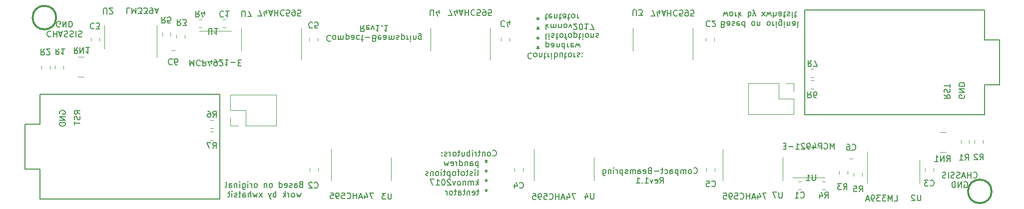
<source format=gbr>
G04 #@! TF.GenerationSoftware,KiCad,Pcbnew,5.1.6+dfsg1-1~bpo10+1*
G04 #@! TF.CreationDate,2020-08-19T09:24:56+03:00*
G04 #@! TF.ProjectId,CompactBeamspringP2,436f6d70-6163-4744-9265-616d73707269,0.0.3*
G04 #@! TF.SameCoordinates,PX67aa160PY86cd470*
G04 #@! TF.FileFunction,Legend,Bot*
G04 #@! TF.FilePolarity,Positive*
%FSLAX46Y46*%
G04 Gerber Fmt 4.6, Leading zero omitted, Abs format (unit mm)*
G04 Created by KiCad (PCBNEW 5.1.6+dfsg1-1~bpo10+1) date 2020-08-19 09:24:56*
%MOMM*%
%LPD*%
G01*
G04 APERTURE LIST*
%ADD10C,0.150000*%
%ADD11C,0.120000*%
%ADD12C,0.300000*%
G04 APERTURE END LIST*
D10*
X45340476Y3046429D02*
X45197619Y2998810D01*
X45150000Y2951191D01*
X45102380Y2855953D01*
X45102380Y2713096D01*
X45150000Y2617858D01*
X45197619Y2570239D01*
X45292857Y2522620D01*
X45673809Y2522620D01*
X45673809Y3522620D01*
X45340476Y3522620D01*
X45245238Y3475000D01*
X45197619Y3427381D01*
X45150000Y3332143D01*
X45150000Y3236905D01*
X45197619Y3141667D01*
X45245238Y3094048D01*
X45340476Y3046429D01*
X45673809Y3046429D01*
X44245238Y2522620D02*
X44245238Y3046429D01*
X44292857Y3141667D01*
X44388095Y3189286D01*
X44578571Y3189286D01*
X44673809Y3141667D01*
X44245238Y2570239D02*
X44340476Y2522620D01*
X44578571Y2522620D01*
X44673809Y2570239D01*
X44721428Y2665477D01*
X44721428Y2760715D01*
X44673809Y2855953D01*
X44578571Y2903572D01*
X44340476Y2903572D01*
X44245238Y2951191D01*
X43816666Y2570239D02*
X43721428Y2522620D01*
X43530952Y2522620D01*
X43435714Y2570239D01*
X43388095Y2665477D01*
X43388095Y2713096D01*
X43435714Y2808334D01*
X43530952Y2855953D01*
X43673809Y2855953D01*
X43769047Y2903572D01*
X43816666Y2998810D01*
X43816666Y3046429D01*
X43769047Y3141667D01*
X43673809Y3189286D01*
X43530952Y3189286D01*
X43435714Y3141667D01*
X42578571Y2570239D02*
X42673809Y2522620D01*
X42864285Y2522620D01*
X42959523Y2570239D01*
X43007142Y2665477D01*
X43007142Y3046429D01*
X42959523Y3141667D01*
X42864285Y3189286D01*
X42673809Y3189286D01*
X42578571Y3141667D01*
X42530952Y3046429D01*
X42530952Y2951191D01*
X43007142Y2855953D01*
X41673809Y2522620D02*
X41673809Y3522620D01*
X41673809Y2570239D02*
X41769047Y2522620D01*
X41959523Y2522620D01*
X42054761Y2570239D01*
X42102380Y2617858D01*
X42150000Y2713096D01*
X42150000Y2998810D01*
X42102380Y3094048D01*
X42054761Y3141667D01*
X41959523Y3189286D01*
X41769047Y3189286D01*
X41673809Y3141667D01*
X40292857Y2522620D02*
X40388095Y2570239D01*
X40435714Y2617858D01*
X40483333Y2713096D01*
X40483333Y2998810D01*
X40435714Y3094048D01*
X40388095Y3141667D01*
X40292857Y3189286D01*
X40150000Y3189286D01*
X40054761Y3141667D01*
X40007142Y3094048D01*
X39959523Y2998810D01*
X39959523Y2713096D01*
X40007142Y2617858D01*
X40054761Y2570239D01*
X40150000Y2522620D01*
X40292857Y2522620D01*
X39530952Y3189286D02*
X39530952Y2522620D01*
X39530952Y3094048D02*
X39483333Y3141667D01*
X39388095Y3189286D01*
X39245238Y3189286D01*
X39150000Y3141667D01*
X39102380Y3046429D01*
X39102380Y2522620D01*
X37721428Y2522620D02*
X37816666Y2570239D01*
X37864285Y2617858D01*
X37911904Y2713096D01*
X37911904Y2998810D01*
X37864285Y3094048D01*
X37816666Y3141667D01*
X37721428Y3189286D01*
X37578571Y3189286D01*
X37483333Y3141667D01*
X37435714Y3094048D01*
X37388095Y2998810D01*
X37388095Y2713096D01*
X37435714Y2617858D01*
X37483333Y2570239D01*
X37578571Y2522620D01*
X37721428Y2522620D01*
X36959523Y2522620D02*
X36959523Y3189286D01*
X36959523Y2998810D02*
X36911904Y3094048D01*
X36864285Y3141667D01*
X36769047Y3189286D01*
X36673809Y3189286D01*
X36340476Y2522620D02*
X36340476Y3189286D01*
X36340476Y3522620D02*
X36388095Y3475000D01*
X36340476Y3427381D01*
X36292857Y3475000D01*
X36340476Y3522620D01*
X36340476Y3427381D01*
X35435714Y3189286D02*
X35435714Y2379762D01*
X35483333Y2284524D01*
X35530952Y2236905D01*
X35626190Y2189286D01*
X35769047Y2189286D01*
X35864285Y2236905D01*
X35435714Y2570239D02*
X35530952Y2522620D01*
X35721428Y2522620D01*
X35816666Y2570239D01*
X35864285Y2617858D01*
X35911904Y2713096D01*
X35911904Y2998810D01*
X35864285Y3094048D01*
X35816666Y3141667D01*
X35721428Y3189286D01*
X35530952Y3189286D01*
X35435714Y3141667D01*
X34959523Y2522620D02*
X34959523Y3189286D01*
X34959523Y3522620D02*
X35007142Y3475000D01*
X34959523Y3427381D01*
X34911904Y3475000D01*
X34959523Y3522620D01*
X34959523Y3427381D01*
X34483333Y3189286D02*
X34483333Y2522620D01*
X34483333Y3094048D02*
X34435714Y3141667D01*
X34340476Y3189286D01*
X34197619Y3189286D01*
X34102380Y3141667D01*
X34054761Y3046429D01*
X34054761Y2522620D01*
X33150000Y2522620D02*
X33150000Y3046429D01*
X33197619Y3141667D01*
X33292857Y3189286D01*
X33483333Y3189286D01*
X33578571Y3141667D01*
X33150000Y2570239D02*
X33245238Y2522620D01*
X33483333Y2522620D01*
X33578571Y2570239D01*
X33626190Y2665477D01*
X33626190Y2760715D01*
X33578571Y2855953D01*
X33483333Y2903572D01*
X33245238Y2903572D01*
X33150000Y2951191D01*
X32530952Y2522620D02*
X32626190Y2570239D01*
X32673809Y2665477D01*
X32673809Y3522620D01*
X45340476Y1539286D02*
X45150000Y872620D01*
X44959523Y1348810D01*
X44769047Y872620D01*
X44578571Y1539286D01*
X44054761Y872620D02*
X44150000Y920239D01*
X44197619Y967858D01*
X44245238Y1063096D01*
X44245238Y1348810D01*
X44197619Y1444048D01*
X44150000Y1491667D01*
X44054761Y1539286D01*
X43911904Y1539286D01*
X43816666Y1491667D01*
X43769047Y1444048D01*
X43721428Y1348810D01*
X43721428Y1063096D01*
X43769047Y967858D01*
X43816666Y920239D01*
X43911904Y872620D01*
X44054761Y872620D01*
X43292857Y872620D02*
X43292857Y1539286D01*
X43292857Y1348810D02*
X43245238Y1444048D01*
X43197619Y1491667D01*
X43102380Y1539286D01*
X43007142Y1539286D01*
X42673809Y872620D02*
X42673809Y1872620D01*
X42578571Y1253572D02*
X42292857Y872620D01*
X42292857Y1539286D02*
X42673809Y1158334D01*
X41102380Y872620D02*
X41102380Y1872620D01*
X41102380Y1491667D02*
X41007142Y1539286D01*
X40816666Y1539286D01*
X40721428Y1491667D01*
X40673809Y1444048D01*
X40626190Y1348810D01*
X40626190Y1063096D01*
X40673809Y967858D01*
X40721428Y920239D01*
X40816666Y872620D01*
X41007142Y872620D01*
X41102380Y920239D01*
X40292857Y1539286D02*
X40054761Y872620D01*
X39816666Y1539286D02*
X40054761Y872620D01*
X40150000Y634524D01*
X40197619Y586905D01*
X40292857Y539286D01*
X38769047Y872620D02*
X38245238Y1539286D01*
X38769047Y1539286D02*
X38245238Y872620D01*
X37959523Y1539286D02*
X37769047Y872620D01*
X37578571Y1348810D01*
X37388095Y872620D01*
X37197619Y1539286D01*
X36816666Y872620D02*
X36816666Y1872620D01*
X36388095Y872620D02*
X36388095Y1396429D01*
X36435714Y1491667D01*
X36530952Y1539286D01*
X36673809Y1539286D01*
X36769047Y1491667D01*
X36816666Y1444048D01*
X35483333Y872620D02*
X35483333Y1396429D01*
X35530952Y1491667D01*
X35626190Y1539286D01*
X35816666Y1539286D01*
X35911904Y1491667D01*
X35483333Y920239D02*
X35578571Y872620D01*
X35816666Y872620D01*
X35911904Y920239D01*
X35959523Y1015477D01*
X35959523Y1110715D01*
X35911904Y1205953D01*
X35816666Y1253572D01*
X35578571Y1253572D01*
X35483333Y1301191D01*
X35150000Y1539286D02*
X34769047Y1539286D01*
X35007142Y1872620D02*
X35007142Y1015477D01*
X34959523Y920239D01*
X34864285Y872620D01*
X34769047Y872620D01*
X34483333Y920239D02*
X34388095Y872620D01*
X34197619Y872620D01*
X34102380Y920239D01*
X34054761Y1015477D01*
X34054761Y1063096D01*
X34102380Y1158334D01*
X34197619Y1205953D01*
X34340476Y1205953D01*
X34435714Y1253572D01*
X34483333Y1348810D01*
X34483333Y1396429D01*
X34435714Y1491667D01*
X34340476Y1539286D01*
X34197619Y1539286D01*
X34102380Y1491667D01*
X33626190Y872620D02*
X33626190Y1539286D01*
X33626190Y1872620D02*
X33673809Y1825000D01*
X33626190Y1777381D01*
X33578571Y1825000D01*
X33626190Y1872620D01*
X33626190Y1777381D01*
X33292857Y1539286D02*
X32911904Y1539286D01*
X33150000Y1872620D02*
X33150000Y1015477D01*
X33102380Y920239D01*
X33007142Y872620D01*
X32911904Y872620D01*
X4450000Y15011905D02*
X4402380Y15107143D01*
X4402380Y15250000D01*
X4450000Y15392858D01*
X4545238Y15488096D01*
X4640476Y15535715D01*
X4830952Y15583334D01*
X4973809Y15583334D01*
X5164285Y15535715D01*
X5259523Y15488096D01*
X5354761Y15392858D01*
X5402380Y15250000D01*
X5402380Y15154762D01*
X5354761Y15011905D01*
X5307142Y14964286D01*
X4973809Y14964286D01*
X4973809Y15154762D01*
X5402380Y14535715D02*
X4402380Y14535715D01*
X5402380Y13964286D01*
X4402380Y13964286D01*
X5402380Y13488096D02*
X4402380Y13488096D01*
X4402380Y13250000D01*
X4450000Y13107143D01*
X4545238Y13011905D01*
X4640476Y12964286D01*
X4830952Y12916667D01*
X4973809Y12916667D01*
X5164285Y12964286D01*
X5259523Y13011905D01*
X5354761Y13107143D01*
X5402380Y13250000D01*
X5402380Y13488096D01*
X7902380Y14947620D02*
X7426190Y15280953D01*
X7902380Y15519048D02*
X6902380Y15519048D01*
X6902380Y15138096D01*
X6950000Y15042858D01*
X6997619Y14995239D01*
X7092857Y14947620D01*
X7235714Y14947620D01*
X7330952Y14995239D01*
X7378571Y15042858D01*
X7426190Y15138096D01*
X7426190Y15519048D01*
X7854761Y14566667D02*
X7902380Y14423810D01*
X7902380Y14185715D01*
X7854761Y14090477D01*
X7807142Y14042858D01*
X7711904Y13995239D01*
X7616666Y13995239D01*
X7521428Y14042858D01*
X7473809Y14090477D01*
X7426190Y14185715D01*
X7378571Y14376191D01*
X7330952Y14471429D01*
X7283333Y14519048D01*
X7188095Y14566667D01*
X7092857Y14566667D01*
X6997619Y14519048D01*
X6950000Y14471429D01*
X6902380Y14376191D01*
X6902380Y14138096D01*
X6950000Y13995239D01*
X6902380Y13709524D02*
X6902380Y13138096D01*
X7902380Y13423810D02*
X6902380Y13423810D01*
X111904761Y4967858D02*
X111952380Y4920239D01*
X112095238Y4872620D01*
X112190476Y4872620D01*
X112333333Y4920239D01*
X112428571Y5015477D01*
X112476190Y5110715D01*
X112523809Y5301191D01*
X112523809Y5444048D01*
X112476190Y5634524D01*
X112428571Y5729762D01*
X112333333Y5825000D01*
X112190476Y5872620D01*
X112095238Y5872620D01*
X111952380Y5825000D01*
X111904761Y5777381D01*
X111333333Y4872620D02*
X111428571Y4920239D01*
X111476190Y4967858D01*
X111523809Y5063096D01*
X111523809Y5348810D01*
X111476190Y5444048D01*
X111428571Y5491667D01*
X111333333Y5539286D01*
X111190476Y5539286D01*
X111095238Y5491667D01*
X111047619Y5444048D01*
X111000000Y5348810D01*
X111000000Y5063096D01*
X111047619Y4967858D01*
X111095238Y4920239D01*
X111190476Y4872620D01*
X111333333Y4872620D01*
X110571428Y4872620D02*
X110571428Y5539286D01*
X110571428Y5444048D02*
X110523809Y5491667D01*
X110428571Y5539286D01*
X110285714Y5539286D01*
X110190476Y5491667D01*
X110142857Y5396429D01*
X110142857Y4872620D01*
X110142857Y5396429D02*
X110095238Y5491667D01*
X110000000Y5539286D01*
X109857142Y5539286D01*
X109761904Y5491667D01*
X109714285Y5396429D01*
X109714285Y4872620D01*
X109238095Y5539286D02*
X109238095Y4539286D01*
X109238095Y5491667D02*
X109142857Y5539286D01*
X108952380Y5539286D01*
X108857142Y5491667D01*
X108809523Y5444048D01*
X108761904Y5348810D01*
X108761904Y5063096D01*
X108809523Y4967858D01*
X108857142Y4920239D01*
X108952380Y4872620D01*
X109142857Y4872620D01*
X109238095Y4920239D01*
X107904761Y4872620D02*
X107904761Y5396429D01*
X107952380Y5491667D01*
X108047619Y5539286D01*
X108238095Y5539286D01*
X108333333Y5491667D01*
X107904761Y4920239D02*
X108000000Y4872620D01*
X108238095Y4872620D01*
X108333333Y4920239D01*
X108380952Y5015477D01*
X108380952Y5110715D01*
X108333333Y5205953D01*
X108238095Y5253572D01*
X108000000Y5253572D01*
X107904761Y5301191D01*
X107000000Y4920239D02*
X107095238Y4872620D01*
X107285714Y4872620D01*
X107380952Y4920239D01*
X107428571Y4967858D01*
X107476190Y5063096D01*
X107476190Y5348810D01*
X107428571Y5444048D01*
X107380952Y5491667D01*
X107285714Y5539286D01*
X107095238Y5539286D01*
X107000000Y5491667D01*
X106714285Y5539286D02*
X106333333Y5539286D01*
X106571428Y5872620D02*
X106571428Y5015477D01*
X106523809Y4920239D01*
X106428571Y4872620D01*
X106333333Y4872620D01*
X106000000Y5253572D02*
X105238095Y5253572D01*
X104428571Y5396429D02*
X104285714Y5348810D01*
X104238095Y5301191D01*
X104190476Y5205953D01*
X104190476Y5063096D01*
X104238095Y4967858D01*
X104285714Y4920239D01*
X104380952Y4872620D01*
X104761904Y4872620D01*
X104761904Y5872620D01*
X104428571Y5872620D01*
X104333333Y5825000D01*
X104285714Y5777381D01*
X104238095Y5682143D01*
X104238095Y5586905D01*
X104285714Y5491667D01*
X104333333Y5444048D01*
X104428571Y5396429D01*
X104761904Y5396429D01*
X103380952Y4920239D02*
X103476190Y4872620D01*
X103666666Y4872620D01*
X103761904Y4920239D01*
X103809523Y5015477D01*
X103809523Y5396429D01*
X103761904Y5491667D01*
X103666666Y5539286D01*
X103476190Y5539286D01*
X103380952Y5491667D01*
X103333333Y5396429D01*
X103333333Y5301191D01*
X103809523Y5205953D01*
X102476190Y4872620D02*
X102476190Y5396429D01*
X102523809Y5491667D01*
X102619047Y5539286D01*
X102809523Y5539286D01*
X102904761Y5491667D01*
X102476190Y4920239D02*
X102571428Y4872620D01*
X102809523Y4872620D01*
X102904761Y4920239D01*
X102952380Y5015477D01*
X102952380Y5110715D01*
X102904761Y5205953D01*
X102809523Y5253572D01*
X102571428Y5253572D01*
X102476190Y5301191D01*
X102000000Y4872620D02*
X102000000Y5539286D01*
X102000000Y5444048D02*
X101952380Y5491667D01*
X101857142Y5539286D01*
X101714285Y5539286D01*
X101619047Y5491667D01*
X101571428Y5396429D01*
X101571428Y4872620D01*
X101571428Y5396429D02*
X101523809Y5491667D01*
X101428571Y5539286D01*
X101285714Y5539286D01*
X101190476Y5491667D01*
X101142857Y5396429D01*
X101142857Y4872620D01*
X100714285Y4920239D02*
X100619047Y4872620D01*
X100428571Y4872620D01*
X100333333Y4920239D01*
X100285714Y5015477D01*
X100285714Y5063096D01*
X100333333Y5158334D01*
X100428571Y5205953D01*
X100571428Y5205953D01*
X100666666Y5253572D01*
X100714285Y5348810D01*
X100714285Y5396429D01*
X100666666Y5491667D01*
X100571428Y5539286D01*
X100428571Y5539286D01*
X100333333Y5491667D01*
X99857142Y5539286D02*
X99857142Y4539286D01*
X99857142Y5491667D02*
X99761904Y5539286D01*
X99571428Y5539286D01*
X99476190Y5491667D01*
X99428571Y5444048D01*
X99380952Y5348810D01*
X99380952Y5063096D01*
X99428571Y4967858D01*
X99476190Y4920239D01*
X99571428Y4872620D01*
X99761904Y4872620D01*
X99857142Y4920239D01*
X98952380Y4872620D02*
X98952380Y5539286D01*
X98952380Y5348810D02*
X98904761Y5444048D01*
X98857142Y5491667D01*
X98761904Y5539286D01*
X98666666Y5539286D01*
X98333333Y4872620D02*
X98333333Y5539286D01*
X98333333Y5872620D02*
X98380952Y5825000D01*
X98333333Y5777381D01*
X98285714Y5825000D01*
X98333333Y5872620D01*
X98333333Y5777381D01*
X97857142Y5539286D02*
X97857142Y4872620D01*
X97857142Y5444048D02*
X97809523Y5491667D01*
X97714285Y5539286D01*
X97571428Y5539286D01*
X97476190Y5491667D01*
X97428571Y5396429D01*
X97428571Y4872620D01*
X96523809Y5539286D02*
X96523809Y4729762D01*
X96571428Y4634524D01*
X96619047Y4586905D01*
X96714285Y4539286D01*
X96857142Y4539286D01*
X96952380Y4586905D01*
X96523809Y4920239D02*
X96619047Y4872620D01*
X96809523Y4872620D01*
X96904761Y4920239D01*
X96952380Y4967858D01*
X97000000Y5063096D01*
X97000000Y5348810D01*
X96952380Y5444048D01*
X96904761Y5491667D01*
X96809523Y5539286D01*
X96619047Y5539286D01*
X96523809Y5491667D01*
X106190476Y3222620D02*
X106523809Y3698810D01*
X106761904Y3222620D02*
X106761904Y4222620D01*
X106380952Y4222620D01*
X106285714Y4175000D01*
X106238095Y4127381D01*
X106190476Y4032143D01*
X106190476Y3889286D01*
X106238095Y3794048D01*
X106285714Y3746429D01*
X106380952Y3698810D01*
X106761904Y3698810D01*
X105380952Y3270239D02*
X105476190Y3222620D01*
X105666666Y3222620D01*
X105761904Y3270239D01*
X105809523Y3365477D01*
X105809523Y3746429D01*
X105761904Y3841667D01*
X105666666Y3889286D01*
X105476190Y3889286D01*
X105380952Y3841667D01*
X105333333Y3746429D01*
X105333333Y3651191D01*
X105809523Y3555953D01*
X105000000Y3889286D02*
X104761904Y3222620D01*
X104523809Y3889286D01*
X103619047Y3222620D02*
X104190476Y3222620D01*
X103904761Y3222620D02*
X103904761Y4222620D01*
X104000000Y4079762D01*
X104095238Y3984524D01*
X104190476Y3936905D01*
X103190476Y3317858D02*
X103142857Y3270239D01*
X103190476Y3222620D01*
X103238095Y3270239D01*
X103190476Y3317858D01*
X103190476Y3222620D01*
X102190476Y3222620D02*
X102761904Y3222620D01*
X102476190Y3222620D02*
X102476190Y4222620D01*
X102571428Y4079762D01*
X102666666Y3984524D01*
X102761904Y3936905D01*
X77842976Y7942858D02*
X77890595Y7895239D01*
X78033452Y7847620D01*
X78128690Y7847620D01*
X78271547Y7895239D01*
X78366785Y7990477D01*
X78414404Y8085715D01*
X78462023Y8276191D01*
X78462023Y8419048D01*
X78414404Y8609524D01*
X78366785Y8704762D01*
X78271547Y8800000D01*
X78128690Y8847620D01*
X78033452Y8847620D01*
X77890595Y8800000D01*
X77842976Y8752381D01*
X77271547Y7847620D02*
X77366785Y7895239D01*
X77414404Y7942858D01*
X77462023Y8038096D01*
X77462023Y8323810D01*
X77414404Y8419048D01*
X77366785Y8466667D01*
X77271547Y8514286D01*
X77128690Y8514286D01*
X77033452Y8466667D01*
X76985833Y8419048D01*
X76938214Y8323810D01*
X76938214Y8038096D01*
X76985833Y7942858D01*
X77033452Y7895239D01*
X77128690Y7847620D01*
X77271547Y7847620D01*
X76509642Y8514286D02*
X76509642Y7847620D01*
X76509642Y8419048D02*
X76462023Y8466667D01*
X76366785Y8514286D01*
X76223928Y8514286D01*
X76128690Y8466667D01*
X76081071Y8371429D01*
X76081071Y7847620D01*
X75747738Y8514286D02*
X75366785Y8514286D01*
X75604880Y8847620D02*
X75604880Y7990477D01*
X75557261Y7895239D01*
X75462023Y7847620D01*
X75366785Y7847620D01*
X75033452Y7847620D02*
X75033452Y8514286D01*
X75033452Y8323810D02*
X74985833Y8419048D01*
X74938214Y8466667D01*
X74842976Y8514286D01*
X74747738Y8514286D01*
X74414404Y7847620D02*
X74414404Y8514286D01*
X74414404Y8847620D02*
X74462023Y8800000D01*
X74414404Y8752381D01*
X74366785Y8800000D01*
X74414404Y8847620D01*
X74414404Y8752381D01*
X73938214Y7847620D02*
X73938214Y8847620D01*
X73938214Y8466667D02*
X73842976Y8514286D01*
X73652500Y8514286D01*
X73557261Y8466667D01*
X73509642Y8419048D01*
X73462023Y8323810D01*
X73462023Y8038096D01*
X73509642Y7942858D01*
X73557261Y7895239D01*
X73652500Y7847620D01*
X73842976Y7847620D01*
X73938214Y7895239D01*
X72604880Y8514286D02*
X72604880Y7847620D01*
X73033452Y8514286D02*
X73033452Y7990477D01*
X72985833Y7895239D01*
X72890595Y7847620D01*
X72747738Y7847620D01*
X72652500Y7895239D01*
X72604880Y7942858D01*
X72271547Y8514286D02*
X71890595Y8514286D01*
X72128690Y8847620D02*
X72128690Y7990477D01*
X72081071Y7895239D01*
X71985833Y7847620D01*
X71890595Y7847620D01*
X71414404Y7847620D02*
X71509642Y7895239D01*
X71557261Y7942858D01*
X71604880Y8038096D01*
X71604880Y8323810D01*
X71557261Y8419048D01*
X71509642Y8466667D01*
X71414404Y8514286D01*
X71271547Y8514286D01*
X71176309Y8466667D01*
X71128690Y8419048D01*
X71081071Y8323810D01*
X71081071Y8038096D01*
X71128690Y7942858D01*
X71176309Y7895239D01*
X71271547Y7847620D01*
X71414404Y7847620D01*
X70652500Y7847620D02*
X70652500Y8514286D01*
X70652500Y8323810D02*
X70604880Y8419048D01*
X70557261Y8466667D01*
X70462023Y8514286D01*
X70366785Y8514286D01*
X70081071Y7895239D02*
X69985833Y7847620D01*
X69795357Y7847620D01*
X69700119Y7895239D01*
X69652500Y7990477D01*
X69652500Y8038096D01*
X69700119Y8133334D01*
X69795357Y8180953D01*
X69938214Y8180953D01*
X70033452Y8228572D01*
X70081071Y8323810D01*
X70081071Y8371429D01*
X70033452Y8466667D01*
X69938214Y8514286D01*
X69795357Y8514286D01*
X69700119Y8466667D01*
X69223928Y7942858D02*
X69176309Y7895239D01*
X69223928Y7847620D01*
X69271547Y7895239D01*
X69223928Y7942858D01*
X69223928Y7847620D01*
X69223928Y8466667D02*
X69176309Y8419048D01*
X69223928Y8371429D01*
X69271547Y8419048D01*
X69223928Y8466667D01*
X69223928Y8371429D01*
X76747738Y7197620D02*
X76747738Y6959524D01*
X76985833Y7054762D02*
X76747738Y6959524D01*
X76509642Y7054762D01*
X76890595Y6769048D02*
X76747738Y6959524D01*
X76604880Y6769048D01*
X75366785Y6864286D02*
X75366785Y5864286D01*
X75366785Y6816667D02*
X75271547Y6864286D01*
X75081071Y6864286D01*
X74985833Y6816667D01*
X74938214Y6769048D01*
X74890595Y6673810D01*
X74890595Y6388096D01*
X74938214Y6292858D01*
X74985833Y6245239D01*
X75081071Y6197620D01*
X75271547Y6197620D01*
X75366785Y6245239D01*
X74033452Y6197620D02*
X74033452Y6721429D01*
X74081071Y6816667D01*
X74176309Y6864286D01*
X74366785Y6864286D01*
X74462023Y6816667D01*
X74033452Y6245239D02*
X74128690Y6197620D01*
X74366785Y6197620D01*
X74462023Y6245239D01*
X74509642Y6340477D01*
X74509642Y6435715D01*
X74462023Y6530953D01*
X74366785Y6578572D01*
X74128690Y6578572D01*
X74033452Y6626191D01*
X73557261Y6864286D02*
X73557261Y6197620D01*
X73557261Y6769048D02*
X73509642Y6816667D01*
X73414404Y6864286D01*
X73271547Y6864286D01*
X73176309Y6816667D01*
X73128690Y6721429D01*
X73128690Y6197620D01*
X72223928Y6197620D02*
X72223928Y7197620D01*
X72223928Y6245239D02*
X72319166Y6197620D01*
X72509642Y6197620D01*
X72604880Y6245239D01*
X72652500Y6292858D01*
X72700119Y6388096D01*
X72700119Y6673810D01*
X72652500Y6769048D01*
X72604880Y6816667D01*
X72509642Y6864286D01*
X72319166Y6864286D01*
X72223928Y6816667D01*
X71747738Y6197620D02*
X71747738Y6864286D01*
X71747738Y6673810D02*
X71700119Y6769048D01*
X71652500Y6816667D01*
X71557261Y6864286D01*
X71462023Y6864286D01*
X70747738Y6245239D02*
X70842976Y6197620D01*
X71033452Y6197620D01*
X71128690Y6245239D01*
X71176309Y6340477D01*
X71176309Y6721429D01*
X71128690Y6816667D01*
X71033452Y6864286D01*
X70842976Y6864286D01*
X70747738Y6816667D01*
X70700119Y6721429D01*
X70700119Y6626191D01*
X71176309Y6530953D01*
X70366785Y6864286D02*
X70176309Y6197620D01*
X69985833Y6673810D01*
X69795357Y6197620D01*
X69604880Y6864286D01*
X76747738Y5547620D02*
X76747738Y5309524D01*
X76985833Y5404762D02*
X76747738Y5309524D01*
X76509642Y5404762D01*
X76890595Y5119048D02*
X76747738Y5309524D01*
X76604880Y5119048D01*
X75223928Y4547620D02*
X75319166Y4595239D01*
X75366785Y4690477D01*
X75366785Y5547620D01*
X74842976Y4547620D02*
X74842976Y5214286D01*
X74842976Y5547620D02*
X74890595Y5500000D01*
X74842976Y5452381D01*
X74795357Y5500000D01*
X74842976Y5547620D01*
X74842976Y5452381D01*
X74414404Y4595239D02*
X74319166Y4547620D01*
X74128690Y4547620D01*
X74033452Y4595239D01*
X73985833Y4690477D01*
X73985833Y4738096D01*
X74033452Y4833334D01*
X74128690Y4880953D01*
X74271547Y4880953D01*
X74366785Y4928572D01*
X74414404Y5023810D01*
X74414404Y5071429D01*
X74366785Y5166667D01*
X74271547Y5214286D01*
X74128690Y5214286D01*
X74033452Y5166667D01*
X73700119Y5214286D02*
X73319166Y5214286D01*
X73557261Y5547620D02*
X73557261Y4690477D01*
X73509642Y4595239D01*
X73414404Y4547620D01*
X73319166Y4547620D01*
X72842976Y4547620D02*
X72938214Y4595239D01*
X72985833Y4642858D01*
X73033452Y4738096D01*
X73033452Y5023810D01*
X72985833Y5119048D01*
X72938214Y5166667D01*
X72842976Y5214286D01*
X72700119Y5214286D01*
X72604880Y5166667D01*
X72557261Y5119048D01*
X72509642Y5023810D01*
X72509642Y4738096D01*
X72557261Y4642858D01*
X72604880Y4595239D01*
X72700119Y4547620D01*
X72842976Y4547620D01*
X72223928Y5214286D02*
X71842976Y5214286D01*
X72081071Y4547620D02*
X72081071Y5404762D01*
X72033452Y5500000D01*
X71938214Y5547620D01*
X71842976Y5547620D01*
X71366785Y4547620D02*
X71462023Y4595239D01*
X71509642Y4642858D01*
X71557261Y4738096D01*
X71557261Y5023810D01*
X71509642Y5119048D01*
X71462023Y5166667D01*
X71366785Y5214286D01*
X71223928Y5214286D01*
X71128690Y5166667D01*
X71081071Y5119048D01*
X71033452Y5023810D01*
X71033452Y4738096D01*
X71081071Y4642858D01*
X71128690Y4595239D01*
X71223928Y4547620D01*
X71366785Y4547620D01*
X70604880Y5214286D02*
X70604880Y4214286D01*
X70604880Y5166667D02*
X70509642Y5214286D01*
X70319166Y5214286D01*
X70223928Y5166667D01*
X70176309Y5119048D01*
X70128690Y5023810D01*
X70128690Y4738096D01*
X70176309Y4642858D01*
X70223928Y4595239D01*
X70319166Y4547620D01*
X70509642Y4547620D01*
X70604880Y4595239D01*
X69842976Y5214286D02*
X69462023Y5214286D01*
X69700119Y5547620D02*
X69700119Y4690477D01*
X69652500Y4595239D01*
X69557261Y4547620D01*
X69462023Y4547620D01*
X69128690Y4547620D02*
X69128690Y5214286D01*
X69128690Y5547620D02*
X69176309Y5500000D01*
X69128690Y5452381D01*
X69081071Y5500000D01*
X69128690Y5547620D01*
X69128690Y5452381D01*
X68509642Y4547620D02*
X68604880Y4595239D01*
X68652500Y4642858D01*
X68700119Y4738096D01*
X68700119Y5023810D01*
X68652500Y5119048D01*
X68604880Y5166667D01*
X68509642Y5214286D01*
X68366785Y5214286D01*
X68271547Y5166667D01*
X68223928Y5119048D01*
X68176309Y5023810D01*
X68176309Y4738096D01*
X68223928Y4642858D01*
X68271547Y4595239D01*
X68366785Y4547620D01*
X68509642Y4547620D01*
X67747738Y5214286D02*
X67747738Y4547620D01*
X67747738Y5119048D02*
X67700119Y5166667D01*
X67604880Y5214286D01*
X67462023Y5214286D01*
X67366785Y5166667D01*
X67319166Y5071429D01*
X67319166Y4547620D01*
X66890595Y4595239D02*
X66795357Y4547620D01*
X66604880Y4547620D01*
X66509642Y4595239D01*
X66462023Y4690477D01*
X66462023Y4738096D01*
X66509642Y4833334D01*
X66604880Y4880953D01*
X66747738Y4880953D01*
X66842976Y4928572D01*
X66890595Y5023810D01*
X66890595Y5071429D01*
X66842976Y5166667D01*
X66747738Y5214286D01*
X66604880Y5214286D01*
X66509642Y5166667D01*
X76747738Y3897620D02*
X76747738Y3659524D01*
X76985833Y3754762D02*
X76747738Y3659524D01*
X76509642Y3754762D01*
X76890595Y3469048D02*
X76747738Y3659524D01*
X76604880Y3469048D01*
X75366785Y2897620D02*
X75366785Y3897620D01*
X75271547Y3278572D02*
X74985833Y2897620D01*
X74985833Y3564286D02*
X75366785Y3183334D01*
X74557261Y2897620D02*
X74557261Y3564286D01*
X74557261Y3469048D02*
X74509642Y3516667D01*
X74414404Y3564286D01*
X74271547Y3564286D01*
X74176309Y3516667D01*
X74128690Y3421429D01*
X74128690Y2897620D01*
X74128690Y3421429D02*
X74081071Y3516667D01*
X73985833Y3564286D01*
X73842976Y3564286D01*
X73747738Y3516667D01*
X73700119Y3421429D01*
X73700119Y2897620D01*
X73223928Y3564286D02*
X73223928Y2897620D01*
X73223928Y3469048D02*
X73176309Y3516667D01*
X73081071Y3564286D01*
X72938214Y3564286D01*
X72842976Y3516667D01*
X72795357Y3421429D01*
X72795357Y2897620D01*
X72176309Y2897620D02*
X72271547Y2945239D01*
X72319166Y2992858D01*
X72366785Y3088096D01*
X72366785Y3373810D01*
X72319166Y3469048D01*
X72271547Y3516667D01*
X72176309Y3564286D01*
X72033452Y3564286D01*
X71938214Y3516667D01*
X71890595Y3469048D01*
X71842976Y3373810D01*
X71842976Y3088096D01*
X71890595Y2992858D01*
X71938214Y2945239D01*
X72033452Y2897620D01*
X72176309Y2897620D01*
X71509642Y3564286D02*
X71271547Y2897620D01*
X71033452Y3564286D01*
X70700119Y3802381D02*
X70652500Y3850000D01*
X70557261Y3897620D01*
X70319166Y3897620D01*
X70223928Y3850000D01*
X70176309Y3802381D01*
X70128690Y3707143D01*
X70128690Y3611905D01*
X70176309Y3469048D01*
X70747738Y2897620D01*
X70128690Y2897620D01*
X69509642Y3897620D02*
X69414404Y3897620D01*
X69319166Y3850000D01*
X69271547Y3802381D01*
X69223928Y3707143D01*
X69176309Y3516667D01*
X69176309Y3278572D01*
X69223928Y3088096D01*
X69271547Y2992858D01*
X69319166Y2945239D01*
X69414404Y2897620D01*
X69509642Y2897620D01*
X69604880Y2945239D01*
X69652500Y2992858D01*
X69700119Y3088096D01*
X69747738Y3278572D01*
X69747738Y3516667D01*
X69700119Y3707143D01*
X69652500Y3802381D01*
X69604880Y3850000D01*
X69509642Y3897620D01*
X68223928Y2897620D02*
X68795357Y2897620D01*
X68509642Y2897620D02*
X68509642Y3897620D01*
X68604880Y3754762D01*
X68700119Y3659524D01*
X68795357Y3611905D01*
X67890595Y3897620D02*
X67223928Y3897620D01*
X67652500Y2897620D01*
X76747738Y2247620D02*
X76747738Y2009524D01*
X76985833Y2104762D02*
X76747738Y2009524D01*
X76509642Y2104762D01*
X76890595Y1819048D02*
X76747738Y2009524D01*
X76604880Y1819048D01*
X75509642Y1914286D02*
X75128690Y1914286D01*
X75366785Y2247620D02*
X75366785Y1390477D01*
X75319166Y1295239D01*
X75223928Y1247620D01*
X75128690Y1247620D01*
X74414404Y1295239D02*
X74509642Y1247620D01*
X74700119Y1247620D01*
X74795357Y1295239D01*
X74842976Y1390477D01*
X74842976Y1771429D01*
X74795357Y1866667D01*
X74700119Y1914286D01*
X74509642Y1914286D01*
X74414404Y1866667D01*
X74366785Y1771429D01*
X74366785Y1676191D01*
X74842976Y1580953D01*
X73938214Y1914286D02*
X73938214Y1247620D01*
X73938214Y1819048D02*
X73890595Y1866667D01*
X73795357Y1914286D01*
X73652500Y1914286D01*
X73557261Y1866667D01*
X73509642Y1771429D01*
X73509642Y1247620D01*
X73176309Y1914286D02*
X72795357Y1914286D01*
X73033452Y2247620D02*
X73033452Y1390477D01*
X72985833Y1295239D01*
X72890595Y1247620D01*
X72795357Y1247620D01*
X72033452Y1247620D02*
X72033452Y1771429D01*
X72081071Y1866667D01*
X72176309Y1914286D01*
X72366785Y1914286D01*
X72462023Y1866667D01*
X72033452Y1295239D02*
X72128690Y1247620D01*
X72366785Y1247620D01*
X72462023Y1295239D01*
X72509642Y1390477D01*
X72509642Y1485715D01*
X72462023Y1580953D01*
X72366785Y1628572D01*
X72128690Y1628572D01*
X72033452Y1676191D01*
X71700119Y1914286D02*
X71319166Y1914286D01*
X71557261Y2247620D02*
X71557261Y1390477D01*
X71509642Y1295239D01*
X71414404Y1247620D01*
X71319166Y1247620D01*
X70842976Y1247620D02*
X70938214Y1295239D01*
X70985833Y1342858D01*
X71033452Y1438096D01*
X71033452Y1723810D01*
X70985833Y1819048D01*
X70938214Y1866667D01*
X70842976Y1914286D01*
X70700119Y1914286D01*
X70604880Y1866667D01*
X70557261Y1819048D01*
X70509642Y1723810D01*
X70509642Y1438096D01*
X70557261Y1342858D01*
X70604880Y1295239D01*
X70700119Y1247620D01*
X70842976Y1247620D01*
X70081071Y1247620D02*
X70081071Y1914286D01*
X70081071Y1723810D02*
X70033452Y1819048D01*
X69985833Y1866667D01*
X69890595Y1914286D01*
X69795357Y1914286D01*
X159309523Y4217858D02*
X159357142Y4170239D01*
X159500000Y4122620D01*
X159595238Y4122620D01*
X159738095Y4170239D01*
X159833333Y4265477D01*
X159880952Y4360715D01*
X159928571Y4551191D01*
X159928571Y4694048D01*
X159880952Y4884524D01*
X159833333Y4979762D01*
X159738095Y5075000D01*
X159595238Y5122620D01*
X159500000Y5122620D01*
X159357142Y5075000D01*
X159309523Y5027381D01*
X158880952Y4122620D02*
X158880952Y5122620D01*
X158880952Y4646429D02*
X158309523Y4646429D01*
X158309523Y4122620D02*
X158309523Y5122620D01*
X157880952Y4408334D02*
X157404761Y4408334D01*
X157976190Y4122620D02*
X157642857Y5122620D01*
X157309523Y4122620D01*
X157023809Y4170239D02*
X156880952Y4122620D01*
X156642857Y4122620D01*
X156547619Y4170239D01*
X156500000Y4217858D01*
X156452380Y4313096D01*
X156452380Y4408334D01*
X156500000Y4503572D01*
X156547619Y4551191D01*
X156642857Y4598810D01*
X156833333Y4646429D01*
X156928571Y4694048D01*
X156976190Y4741667D01*
X157023809Y4836905D01*
X157023809Y4932143D01*
X156976190Y5027381D01*
X156928571Y5075000D01*
X156833333Y5122620D01*
X156595238Y5122620D01*
X156452380Y5075000D01*
X156071428Y4170239D02*
X155928571Y4122620D01*
X155690476Y4122620D01*
X155595238Y4170239D01*
X155547619Y4217858D01*
X155500000Y4313096D01*
X155500000Y4408334D01*
X155547619Y4503572D01*
X155595238Y4551191D01*
X155690476Y4598810D01*
X155880952Y4646429D01*
X155976190Y4694048D01*
X156023809Y4741667D01*
X156071428Y4836905D01*
X156071428Y4932143D01*
X156023809Y5027381D01*
X155976190Y5075000D01*
X155880952Y5122620D01*
X155642857Y5122620D01*
X155500000Y5075000D01*
X155071428Y4122620D02*
X155071428Y5122620D01*
X154642857Y4170239D02*
X154500000Y4122620D01*
X154261904Y4122620D01*
X154166666Y4170239D01*
X154119047Y4217858D01*
X154071428Y4313096D01*
X154071428Y4408334D01*
X154119047Y4503572D01*
X154166666Y4551191D01*
X154261904Y4598810D01*
X154452380Y4646429D01*
X154547619Y4694048D01*
X154595238Y4741667D01*
X154642857Y4836905D01*
X154642857Y4932143D01*
X154595238Y5027381D01*
X154547619Y5075000D01*
X154452380Y5122620D01*
X154214285Y5122620D01*
X154071428Y5075000D01*
X157761904Y3425000D02*
X157857142Y3472620D01*
X158000000Y3472620D01*
X158142857Y3425000D01*
X158238095Y3329762D01*
X158285714Y3234524D01*
X158333333Y3044048D01*
X158333333Y2901191D01*
X158285714Y2710715D01*
X158238095Y2615477D01*
X158142857Y2520239D01*
X158000000Y2472620D01*
X157904761Y2472620D01*
X157761904Y2520239D01*
X157714285Y2567858D01*
X157714285Y2901191D01*
X157904761Y2901191D01*
X157285714Y2472620D02*
X157285714Y3472620D01*
X156714285Y2472620D01*
X156714285Y3472620D01*
X156238095Y2472620D02*
X156238095Y3472620D01*
X156000000Y3472620D01*
X155857142Y3425000D01*
X155761904Y3329762D01*
X155714285Y3234524D01*
X155666666Y3044048D01*
X155666666Y2901191D01*
X155714285Y2710715D01*
X155761904Y2615477D01*
X155857142Y2520239D01*
X156000000Y2472620D01*
X156238095Y2472620D01*
X116909523Y30153572D02*
X117052380Y30201191D01*
X117100000Y30248810D01*
X117147619Y30344048D01*
X117147619Y30486905D01*
X117100000Y30582143D01*
X117052380Y30629762D01*
X116957142Y30677381D01*
X116576190Y30677381D01*
X116576190Y29677381D01*
X116909523Y29677381D01*
X117004761Y29725000D01*
X117052380Y29772620D01*
X117100000Y29867858D01*
X117100000Y29963096D01*
X117052380Y30058334D01*
X117004761Y30105953D01*
X116909523Y30153572D01*
X116576190Y30153572D01*
X118004761Y30677381D02*
X118004761Y30153572D01*
X117957142Y30058334D01*
X117861904Y30010715D01*
X117671428Y30010715D01*
X117576190Y30058334D01*
X118004761Y30629762D02*
X117909523Y30677381D01*
X117671428Y30677381D01*
X117576190Y30629762D01*
X117528571Y30534524D01*
X117528571Y30439286D01*
X117576190Y30344048D01*
X117671428Y30296429D01*
X117909523Y30296429D01*
X118004761Y30248810D01*
X118433333Y30629762D02*
X118528571Y30677381D01*
X118719047Y30677381D01*
X118814285Y30629762D01*
X118861904Y30534524D01*
X118861904Y30486905D01*
X118814285Y30391667D01*
X118719047Y30344048D01*
X118576190Y30344048D01*
X118480952Y30296429D01*
X118433333Y30201191D01*
X118433333Y30153572D01*
X118480952Y30058334D01*
X118576190Y30010715D01*
X118719047Y30010715D01*
X118814285Y30058334D01*
X119671428Y30629762D02*
X119576190Y30677381D01*
X119385714Y30677381D01*
X119290476Y30629762D01*
X119242857Y30534524D01*
X119242857Y30153572D01*
X119290476Y30058334D01*
X119385714Y30010715D01*
X119576190Y30010715D01*
X119671428Y30058334D01*
X119719047Y30153572D01*
X119719047Y30248810D01*
X119242857Y30344048D01*
X120576190Y30677381D02*
X120576190Y29677381D01*
X120576190Y30629762D02*
X120480952Y30677381D01*
X120290476Y30677381D01*
X120195238Y30629762D01*
X120147619Y30582143D01*
X120100000Y30486905D01*
X120100000Y30201191D01*
X120147619Y30105953D01*
X120195238Y30058334D01*
X120290476Y30010715D01*
X120480952Y30010715D01*
X120576190Y30058334D01*
X121957142Y30677381D02*
X121861904Y30629762D01*
X121814285Y30582143D01*
X121766666Y30486905D01*
X121766666Y30201191D01*
X121814285Y30105953D01*
X121861904Y30058334D01*
X121957142Y30010715D01*
X122100000Y30010715D01*
X122195238Y30058334D01*
X122242857Y30105953D01*
X122290476Y30201191D01*
X122290476Y30486905D01*
X122242857Y30582143D01*
X122195238Y30629762D01*
X122100000Y30677381D01*
X121957142Y30677381D01*
X122719047Y30010715D02*
X122719047Y30677381D01*
X122719047Y30105953D02*
X122766666Y30058334D01*
X122861904Y30010715D01*
X123004761Y30010715D01*
X123100000Y30058334D01*
X123147619Y30153572D01*
X123147619Y30677381D01*
X124528571Y30677381D02*
X124433333Y30629762D01*
X124385714Y30582143D01*
X124338095Y30486905D01*
X124338095Y30201191D01*
X124385714Y30105953D01*
X124433333Y30058334D01*
X124528571Y30010715D01*
X124671428Y30010715D01*
X124766666Y30058334D01*
X124814285Y30105953D01*
X124861904Y30201191D01*
X124861904Y30486905D01*
X124814285Y30582143D01*
X124766666Y30629762D01*
X124671428Y30677381D01*
X124528571Y30677381D01*
X125290476Y30677381D02*
X125290476Y30010715D01*
X125290476Y30201191D02*
X125338095Y30105953D01*
X125385714Y30058334D01*
X125480952Y30010715D01*
X125576190Y30010715D01*
X125909523Y30677381D02*
X125909523Y30010715D01*
X125909523Y29677381D02*
X125861904Y29725000D01*
X125909523Y29772620D01*
X125957142Y29725000D01*
X125909523Y29677381D01*
X125909523Y29772620D01*
X126814285Y30010715D02*
X126814285Y30820239D01*
X126766666Y30915477D01*
X126719047Y30963096D01*
X126623809Y31010715D01*
X126480952Y31010715D01*
X126385714Y30963096D01*
X126814285Y30629762D02*
X126719047Y30677381D01*
X126528571Y30677381D01*
X126433333Y30629762D01*
X126385714Y30582143D01*
X126338095Y30486905D01*
X126338095Y30201191D01*
X126385714Y30105953D01*
X126433333Y30058334D01*
X126528571Y30010715D01*
X126719047Y30010715D01*
X126814285Y30058334D01*
X127290476Y30677381D02*
X127290476Y30010715D01*
X127290476Y29677381D02*
X127242857Y29725000D01*
X127290476Y29772620D01*
X127338095Y29725000D01*
X127290476Y29677381D01*
X127290476Y29772620D01*
X127766666Y30010715D02*
X127766666Y30677381D01*
X127766666Y30105953D02*
X127814285Y30058334D01*
X127909523Y30010715D01*
X128052380Y30010715D01*
X128147619Y30058334D01*
X128195238Y30153572D01*
X128195238Y30677381D01*
X129100000Y30677381D02*
X129100000Y30153572D01*
X129052380Y30058334D01*
X128957142Y30010715D01*
X128766666Y30010715D01*
X128671428Y30058334D01*
X129100000Y30629762D02*
X129004761Y30677381D01*
X128766666Y30677381D01*
X128671428Y30629762D01*
X128623809Y30534524D01*
X128623809Y30439286D01*
X128671428Y30344048D01*
X128766666Y30296429D01*
X129004761Y30296429D01*
X129100000Y30248810D01*
X129719047Y30677381D02*
X129623809Y30629762D01*
X129576190Y30534524D01*
X129576190Y29677381D01*
X116909523Y31660715D02*
X117100000Y32327381D01*
X117290476Y31851191D01*
X117480952Y32327381D01*
X117671428Y31660715D01*
X118195238Y32327381D02*
X118100000Y32279762D01*
X118052380Y32232143D01*
X118004761Y32136905D01*
X118004761Y31851191D01*
X118052380Y31755953D01*
X118100000Y31708334D01*
X118195238Y31660715D01*
X118338095Y31660715D01*
X118433333Y31708334D01*
X118480952Y31755953D01*
X118528571Y31851191D01*
X118528571Y32136905D01*
X118480952Y32232143D01*
X118433333Y32279762D01*
X118338095Y32327381D01*
X118195238Y32327381D01*
X118957142Y32327381D02*
X118957142Y31660715D01*
X118957142Y31851191D02*
X119004761Y31755953D01*
X119052380Y31708334D01*
X119147619Y31660715D01*
X119242857Y31660715D01*
X119576190Y32327381D02*
X119576190Y31327381D01*
X119671428Y31946429D02*
X119957142Y32327381D01*
X119957142Y31660715D02*
X119576190Y32041667D01*
X121147619Y32327381D02*
X121147619Y31327381D01*
X121147619Y31708334D02*
X121242857Y31660715D01*
X121433333Y31660715D01*
X121528571Y31708334D01*
X121576190Y31755953D01*
X121623809Y31851191D01*
X121623809Y32136905D01*
X121576190Y32232143D01*
X121528571Y32279762D01*
X121433333Y32327381D01*
X121242857Y32327381D01*
X121147619Y32279762D01*
X121957142Y31660715D02*
X122195238Y32327381D01*
X122433333Y31660715D02*
X122195238Y32327381D01*
X122100000Y32565477D01*
X122052380Y32613096D01*
X121957142Y32660715D01*
X123480952Y32327381D02*
X124004761Y31660715D01*
X123480952Y31660715D02*
X124004761Y32327381D01*
X124290476Y31660715D02*
X124480952Y32327381D01*
X124671428Y31851191D01*
X124861904Y32327381D01*
X125052380Y31660715D01*
X125433333Y32327381D02*
X125433333Y31327381D01*
X125861904Y32327381D02*
X125861904Y31803572D01*
X125814285Y31708334D01*
X125719047Y31660715D01*
X125576190Y31660715D01*
X125480952Y31708334D01*
X125433333Y31755953D01*
X126766666Y32327381D02*
X126766666Y31803572D01*
X126719047Y31708334D01*
X126623809Y31660715D01*
X126433333Y31660715D01*
X126338095Y31708334D01*
X126766666Y32279762D02*
X126671428Y32327381D01*
X126433333Y32327381D01*
X126338095Y32279762D01*
X126290476Y32184524D01*
X126290476Y32089286D01*
X126338095Y31994048D01*
X126433333Y31946429D01*
X126671428Y31946429D01*
X126766666Y31898810D01*
X127100000Y31660715D02*
X127480952Y31660715D01*
X127242857Y31327381D02*
X127242857Y32184524D01*
X127290476Y32279762D01*
X127385714Y32327381D01*
X127480952Y32327381D01*
X127766666Y32279762D02*
X127861904Y32327381D01*
X128052380Y32327381D01*
X128147619Y32279762D01*
X128195238Y32184524D01*
X128195238Y32136905D01*
X128147619Y32041667D01*
X128052380Y31994048D01*
X127909523Y31994048D01*
X127814285Y31946429D01*
X127766666Y31851191D01*
X127766666Y31803572D01*
X127814285Y31708334D01*
X127909523Y31660715D01*
X128052380Y31660715D01*
X128147619Y31708334D01*
X128623809Y32327381D02*
X128623809Y31660715D01*
X128623809Y31327381D02*
X128576190Y31375000D01*
X128623809Y31422620D01*
X128671428Y31375000D01*
X128623809Y31327381D01*
X128623809Y31422620D01*
X128957142Y31660715D02*
X129338095Y31660715D01*
X129100000Y31327381D02*
X129100000Y32184524D01*
X129147619Y32279762D01*
X129242857Y32327381D01*
X129338095Y32327381D01*
X157800000Y18188096D02*
X157847619Y18092858D01*
X157847619Y17950000D01*
X157800000Y17807143D01*
X157704761Y17711905D01*
X157609523Y17664286D01*
X157419047Y17616667D01*
X157276190Y17616667D01*
X157085714Y17664286D01*
X156990476Y17711905D01*
X156895238Y17807143D01*
X156847619Y17950000D01*
X156847619Y18045239D01*
X156895238Y18188096D01*
X156942857Y18235715D01*
X157276190Y18235715D01*
X157276190Y18045239D01*
X156847619Y18664286D02*
X157847619Y18664286D01*
X156847619Y19235715D01*
X157847619Y19235715D01*
X156847619Y19711905D02*
X157847619Y19711905D01*
X157847619Y19950000D01*
X157800000Y20092858D01*
X157704761Y20188096D01*
X157609523Y20235715D01*
X157419047Y20283334D01*
X157276190Y20283334D01*
X157085714Y20235715D01*
X156990476Y20188096D01*
X156895238Y20092858D01*
X156847619Y19950000D01*
X156847619Y19711905D01*
X154347619Y18252381D02*
X154823809Y17919048D01*
X154347619Y17680953D02*
X155347619Y17680953D01*
X155347619Y18061905D01*
X155300000Y18157143D01*
X155252380Y18204762D01*
X155157142Y18252381D01*
X155014285Y18252381D01*
X154919047Y18204762D01*
X154871428Y18157143D01*
X154823809Y18061905D01*
X154823809Y17680953D01*
X154395238Y18633334D02*
X154347619Y18776191D01*
X154347619Y19014286D01*
X154395238Y19109524D01*
X154442857Y19157143D01*
X154538095Y19204762D01*
X154633333Y19204762D01*
X154728571Y19157143D01*
X154776190Y19109524D01*
X154823809Y19014286D01*
X154871428Y18823810D01*
X154919047Y18728572D01*
X154966666Y18680953D01*
X155061904Y18633334D01*
X155157142Y18633334D01*
X155252380Y18680953D01*
X155300000Y18728572D01*
X155347619Y18823810D01*
X155347619Y19061905D01*
X155300000Y19204762D01*
X155347619Y19490477D02*
X155347619Y20061905D01*
X154347619Y19776191D02*
X155347619Y19776191D01*
X50345238Y28232143D02*
X50297619Y28279762D01*
X50154761Y28327381D01*
X50059523Y28327381D01*
X49916666Y28279762D01*
X49821428Y28184524D01*
X49773809Y28089286D01*
X49726190Y27898810D01*
X49726190Y27755953D01*
X49773809Y27565477D01*
X49821428Y27470239D01*
X49916666Y27375000D01*
X50059523Y27327381D01*
X50154761Y27327381D01*
X50297619Y27375000D01*
X50345238Y27422620D01*
X50916666Y28327381D02*
X50821428Y28279762D01*
X50773809Y28232143D01*
X50726190Y28136905D01*
X50726190Y27851191D01*
X50773809Y27755953D01*
X50821428Y27708334D01*
X50916666Y27660715D01*
X51059523Y27660715D01*
X51154761Y27708334D01*
X51202380Y27755953D01*
X51250000Y27851191D01*
X51250000Y28136905D01*
X51202380Y28232143D01*
X51154761Y28279762D01*
X51059523Y28327381D01*
X50916666Y28327381D01*
X51678571Y28327381D02*
X51678571Y27660715D01*
X51678571Y27755953D02*
X51726190Y27708334D01*
X51821428Y27660715D01*
X51964285Y27660715D01*
X52059523Y27708334D01*
X52107142Y27803572D01*
X52107142Y28327381D01*
X52107142Y27803572D02*
X52154761Y27708334D01*
X52250000Y27660715D01*
X52392857Y27660715D01*
X52488095Y27708334D01*
X52535714Y27803572D01*
X52535714Y28327381D01*
X53011904Y27660715D02*
X53011904Y28660715D01*
X53011904Y27708334D02*
X53107142Y27660715D01*
X53297619Y27660715D01*
X53392857Y27708334D01*
X53440476Y27755953D01*
X53488095Y27851191D01*
X53488095Y28136905D01*
X53440476Y28232143D01*
X53392857Y28279762D01*
X53297619Y28327381D01*
X53107142Y28327381D01*
X53011904Y28279762D01*
X54345238Y28327381D02*
X54345238Y27803572D01*
X54297619Y27708334D01*
X54202380Y27660715D01*
X54011904Y27660715D01*
X53916666Y27708334D01*
X54345238Y28279762D02*
X54250000Y28327381D01*
X54011904Y28327381D01*
X53916666Y28279762D01*
X53869047Y28184524D01*
X53869047Y28089286D01*
X53916666Y27994048D01*
X54011904Y27946429D01*
X54250000Y27946429D01*
X54345238Y27898810D01*
X55250000Y28279762D02*
X55154761Y28327381D01*
X54964285Y28327381D01*
X54869047Y28279762D01*
X54821428Y28232143D01*
X54773809Y28136905D01*
X54773809Y27851191D01*
X54821428Y27755953D01*
X54869047Y27708334D01*
X54964285Y27660715D01*
X55154761Y27660715D01*
X55250000Y27708334D01*
X55535714Y27660715D02*
X55916666Y27660715D01*
X55678571Y27327381D02*
X55678571Y28184524D01*
X55726190Y28279762D01*
X55821428Y28327381D01*
X55916666Y28327381D01*
X56250000Y27946429D02*
X57011904Y27946429D01*
X57821428Y27803572D02*
X57964285Y27851191D01*
X58011904Y27898810D01*
X58059523Y27994048D01*
X58059523Y28136905D01*
X58011904Y28232143D01*
X57964285Y28279762D01*
X57869047Y28327381D01*
X57488095Y28327381D01*
X57488095Y27327381D01*
X57821428Y27327381D01*
X57916666Y27375000D01*
X57964285Y27422620D01*
X58011904Y27517858D01*
X58011904Y27613096D01*
X57964285Y27708334D01*
X57916666Y27755953D01*
X57821428Y27803572D01*
X57488095Y27803572D01*
X58869047Y28279762D02*
X58773809Y28327381D01*
X58583333Y28327381D01*
X58488095Y28279762D01*
X58440476Y28184524D01*
X58440476Y27803572D01*
X58488095Y27708334D01*
X58583333Y27660715D01*
X58773809Y27660715D01*
X58869047Y27708334D01*
X58916666Y27803572D01*
X58916666Y27898810D01*
X58440476Y27994048D01*
X59773809Y28327381D02*
X59773809Y27803572D01*
X59726190Y27708334D01*
X59630952Y27660715D01*
X59440476Y27660715D01*
X59345238Y27708334D01*
X59773809Y28279762D02*
X59678571Y28327381D01*
X59440476Y28327381D01*
X59345238Y28279762D01*
X59297619Y28184524D01*
X59297619Y28089286D01*
X59345238Y27994048D01*
X59440476Y27946429D01*
X59678571Y27946429D01*
X59773809Y27898810D01*
X60250000Y28327381D02*
X60250000Y27660715D01*
X60250000Y27755953D02*
X60297619Y27708334D01*
X60392857Y27660715D01*
X60535714Y27660715D01*
X60630952Y27708334D01*
X60678571Y27803572D01*
X60678571Y28327381D01*
X60678571Y27803572D02*
X60726190Y27708334D01*
X60821428Y27660715D01*
X60964285Y27660715D01*
X61059523Y27708334D01*
X61107142Y27803572D01*
X61107142Y28327381D01*
X61535714Y28279762D02*
X61630952Y28327381D01*
X61821428Y28327381D01*
X61916666Y28279762D01*
X61964285Y28184524D01*
X61964285Y28136905D01*
X61916666Y28041667D01*
X61821428Y27994048D01*
X61678571Y27994048D01*
X61583333Y27946429D01*
X61535714Y27851191D01*
X61535714Y27803572D01*
X61583333Y27708334D01*
X61678571Y27660715D01*
X61821428Y27660715D01*
X61916666Y27708334D01*
X62392857Y27660715D02*
X62392857Y28660715D01*
X62392857Y27708334D02*
X62488095Y27660715D01*
X62678571Y27660715D01*
X62773809Y27708334D01*
X62821428Y27755953D01*
X62869047Y27851191D01*
X62869047Y28136905D01*
X62821428Y28232143D01*
X62773809Y28279762D01*
X62678571Y28327381D01*
X62488095Y28327381D01*
X62392857Y28279762D01*
X63297619Y28327381D02*
X63297619Y27660715D01*
X63297619Y27851191D02*
X63345238Y27755953D01*
X63392857Y27708334D01*
X63488095Y27660715D01*
X63583333Y27660715D01*
X63916666Y28327381D02*
X63916666Y27660715D01*
X63916666Y27327381D02*
X63869047Y27375000D01*
X63916666Y27422620D01*
X63964285Y27375000D01*
X63916666Y27327381D01*
X63916666Y27422620D01*
X64392857Y27660715D02*
X64392857Y28327381D01*
X64392857Y27755953D02*
X64440476Y27708334D01*
X64535714Y27660715D01*
X64678571Y27660715D01*
X64773809Y27708334D01*
X64821428Y27803572D01*
X64821428Y28327381D01*
X65726190Y27660715D02*
X65726190Y28470239D01*
X65678571Y28565477D01*
X65630952Y28613096D01*
X65535714Y28660715D01*
X65392857Y28660715D01*
X65297619Y28613096D01*
X65726190Y28279762D02*
X65630952Y28327381D01*
X65440476Y28327381D01*
X65345238Y28279762D01*
X65297619Y28232143D01*
X65250000Y28136905D01*
X65250000Y27851191D01*
X65297619Y27755953D01*
X65345238Y27708334D01*
X65440476Y27660715D01*
X65630952Y27660715D01*
X65726190Y27708334D01*
X56059523Y29977381D02*
X55726190Y29501191D01*
X55488095Y29977381D02*
X55488095Y28977381D01*
X55869047Y28977381D01*
X55964285Y29025000D01*
X56011904Y29072620D01*
X56059523Y29167858D01*
X56059523Y29310715D01*
X56011904Y29405953D01*
X55964285Y29453572D01*
X55869047Y29501191D01*
X55488095Y29501191D01*
X56869047Y29929762D02*
X56773809Y29977381D01*
X56583333Y29977381D01*
X56488095Y29929762D01*
X56440476Y29834524D01*
X56440476Y29453572D01*
X56488095Y29358334D01*
X56583333Y29310715D01*
X56773809Y29310715D01*
X56869047Y29358334D01*
X56916666Y29453572D01*
X56916666Y29548810D01*
X56440476Y29644048D01*
X57250000Y29310715D02*
X57488095Y29977381D01*
X57726190Y29310715D01*
X58630952Y29977381D02*
X58059523Y29977381D01*
X58345238Y29977381D02*
X58345238Y28977381D01*
X58250000Y29120239D01*
X58154761Y29215477D01*
X58059523Y29263096D01*
X59059523Y29882143D02*
X59107142Y29929762D01*
X59059523Y29977381D01*
X59011904Y29929762D01*
X59059523Y29882143D01*
X59059523Y29977381D01*
X60059523Y29977381D02*
X59488095Y29977381D01*
X59773809Y29977381D02*
X59773809Y28977381D01*
X59678571Y29120239D01*
X59583333Y29215477D01*
X59488095Y29263096D01*
X84407023Y25257143D02*
X84359404Y25304762D01*
X84216547Y25352381D01*
X84121309Y25352381D01*
X83978452Y25304762D01*
X83883214Y25209524D01*
X83835595Y25114286D01*
X83787976Y24923810D01*
X83787976Y24780953D01*
X83835595Y24590477D01*
X83883214Y24495239D01*
X83978452Y24400000D01*
X84121309Y24352381D01*
X84216547Y24352381D01*
X84359404Y24400000D01*
X84407023Y24447620D01*
X84978452Y25352381D02*
X84883214Y25304762D01*
X84835595Y25257143D01*
X84787976Y25161905D01*
X84787976Y24876191D01*
X84835595Y24780953D01*
X84883214Y24733334D01*
X84978452Y24685715D01*
X85121309Y24685715D01*
X85216547Y24733334D01*
X85264166Y24780953D01*
X85311785Y24876191D01*
X85311785Y25161905D01*
X85264166Y25257143D01*
X85216547Y25304762D01*
X85121309Y25352381D01*
X84978452Y25352381D01*
X85740357Y24685715D02*
X85740357Y25352381D01*
X85740357Y24780953D02*
X85787976Y24733334D01*
X85883214Y24685715D01*
X86026071Y24685715D01*
X86121309Y24733334D01*
X86168928Y24828572D01*
X86168928Y25352381D01*
X86502261Y24685715D02*
X86883214Y24685715D01*
X86645119Y24352381D02*
X86645119Y25209524D01*
X86692738Y25304762D01*
X86787976Y25352381D01*
X86883214Y25352381D01*
X87216547Y25352381D02*
X87216547Y24685715D01*
X87216547Y24876191D02*
X87264166Y24780953D01*
X87311785Y24733334D01*
X87407023Y24685715D01*
X87502261Y24685715D01*
X87835595Y25352381D02*
X87835595Y24685715D01*
X87835595Y24352381D02*
X87787976Y24400000D01*
X87835595Y24447620D01*
X87883214Y24400000D01*
X87835595Y24352381D01*
X87835595Y24447620D01*
X88311785Y25352381D02*
X88311785Y24352381D01*
X88311785Y24733334D02*
X88407023Y24685715D01*
X88597500Y24685715D01*
X88692738Y24733334D01*
X88740357Y24780953D01*
X88787976Y24876191D01*
X88787976Y25161905D01*
X88740357Y25257143D01*
X88692738Y25304762D01*
X88597500Y25352381D01*
X88407023Y25352381D01*
X88311785Y25304762D01*
X89645119Y24685715D02*
X89645119Y25352381D01*
X89216547Y24685715D02*
X89216547Y25209524D01*
X89264166Y25304762D01*
X89359404Y25352381D01*
X89502261Y25352381D01*
X89597500Y25304762D01*
X89645119Y25257143D01*
X89978452Y24685715D02*
X90359404Y24685715D01*
X90121309Y24352381D02*
X90121309Y25209524D01*
X90168928Y25304762D01*
X90264166Y25352381D01*
X90359404Y25352381D01*
X90835595Y25352381D02*
X90740357Y25304762D01*
X90692738Y25257143D01*
X90645119Y25161905D01*
X90645119Y24876191D01*
X90692738Y24780953D01*
X90740357Y24733334D01*
X90835595Y24685715D01*
X90978452Y24685715D01*
X91073690Y24733334D01*
X91121309Y24780953D01*
X91168928Y24876191D01*
X91168928Y25161905D01*
X91121309Y25257143D01*
X91073690Y25304762D01*
X90978452Y25352381D01*
X90835595Y25352381D01*
X91597500Y25352381D02*
X91597500Y24685715D01*
X91597500Y24876191D02*
X91645119Y24780953D01*
X91692738Y24733334D01*
X91787976Y24685715D01*
X91883214Y24685715D01*
X92168928Y25304762D02*
X92264166Y25352381D01*
X92454642Y25352381D01*
X92549880Y25304762D01*
X92597500Y25209524D01*
X92597500Y25161905D01*
X92549880Y25066667D01*
X92454642Y25019048D01*
X92311785Y25019048D01*
X92216547Y24971429D01*
X92168928Y24876191D01*
X92168928Y24828572D01*
X92216547Y24733334D01*
X92311785Y24685715D01*
X92454642Y24685715D01*
X92549880Y24733334D01*
X93026071Y25257143D02*
X93073690Y25304762D01*
X93026071Y25352381D01*
X92978452Y25304762D01*
X93026071Y25257143D01*
X93026071Y25352381D01*
X93026071Y24733334D02*
X93073690Y24780953D01*
X93026071Y24828572D01*
X92978452Y24780953D01*
X93026071Y24733334D01*
X93026071Y24828572D01*
X85502261Y26002381D02*
X85502261Y26240477D01*
X85264166Y26145239D02*
X85502261Y26240477D01*
X85740357Y26145239D01*
X85359404Y26430953D02*
X85502261Y26240477D01*
X85645119Y26430953D01*
X86883214Y26335715D02*
X86883214Y27335715D01*
X86883214Y26383334D02*
X86978452Y26335715D01*
X87168928Y26335715D01*
X87264166Y26383334D01*
X87311785Y26430953D01*
X87359404Y26526191D01*
X87359404Y26811905D01*
X87311785Y26907143D01*
X87264166Y26954762D01*
X87168928Y27002381D01*
X86978452Y27002381D01*
X86883214Y26954762D01*
X88216547Y27002381D02*
X88216547Y26478572D01*
X88168928Y26383334D01*
X88073690Y26335715D01*
X87883214Y26335715D01*
X87787976Y26383334D01*
X88216547Y26954762D02*
X88121309Y27002381D01*
X87883214Y27002381D01*
X87787976Y26954762D01*
X87740357Y26859524D01*
X87740357Y26764286D01*
X87787976Y26669048D01*
X87883214Y26621429D01*
X88121309Y26621429D01*
X88216547Y26573810D01*
X88692738Y26335715D02*
X88692738Y27002381D01*
X88692738Y26430953D02*
X88740357Y26383334D01*
X88835595Y26335715D01*
X88978452Y26335715D01*
X89073690Y26383334D01*
X89121309Y26478572D01*
X89121309Y27002381D01*
X90026071Y27002381D02*
X90026071Y26002381D01*
X90026071Y26954762D02*
X89930833Y27002381D01*
X89740357Y27002381D01*
X89645119Y26954762D01*
X89597500Y26907143D01*
X89549880Y26811905D01*
X89549880Y26526191D01*
X89597500Y26430953D01*
X89645119Y26383334D01*
X89740357Y26335715D01*
X89930833Y26335715D01*
X90026071Y26383334D01*
X90502261Y27002381D02*
X90502261Y26335715D01*
X90502261Y26526191D02*
X90549880Y26430953D01*
X90597500Y26383334D01*
X90692738Y26335715D01*
X90787976Y26335715D01*
X91502261Y26954762D02*
X91407023Y27002381D01*
X91216547Y27002381D01*
X91121309Y26954762D01*
X91073690Y26859524D01*
X91073690Y26478572D01*
X91121309Y26383334D01*
X91216547Y26335715D01*
X91407023Y26335715D01*
X91502261Y26383334D01*
X91549880Y26478572D01*
X91549880Y26573810D01*
X91073690Y26669048D01*
X91883214Y26335715D02*
X92073690Y27002381D01*
X92264166Y26526191D01*
X92454642Y27002381D01*
X92645119Y26335715D01*
X85502261Y27652381D02*
X85502261Y27890477D01*
X85264166Y27795239D02*
X85502261Y27890477D01*
X85740357Y27795239D01*
X85359404Y28080953D02*
X85502261Y27890477D01*
X85645119Y28080953D01*
X87026071Y28652381D02*
X86930833Y28604762D01*
X86883214Y28509524D01*
X86883214Y27652381D01*
X87407023Y28652381D02*
X87407023Y27985715D01*
X87407023Y27652381D02*
X87359404Y27700000D01*
X87407023Y27747620D01*
X87454642Y27700000D01*
X87407023Y27652381D01*
X87407023Y27747620D01*
X87835595Y28604762D02*
X87930833Y28652381D01*
X88121309Y28652381D01*
X88216547Y28604762D01*
X88264166Y28509524D01*
X88264166Y28461905D01*
X88216547Y28366667D01*
X88121309Y28319048D01*
X87978452Y28319048D01*
X87883214Y28271429D01*
X87835595Y28176191D01*
X87835595Y28128572D01*
X87883214Y28033334D01*
X87978452Y27985715D01*
X88121309Y27985715D01*
X88216547Y28033334D01*
X88549880Y27985715D02*
X88930833Y27985715D01*
X88692738Y27652381D02*
X88692738Y28509524D01*
X88740357Y28604762D01*
X88835595Y28652381D01*
X88930833Y28652381D01*
X89407023Y28652381D02*
X89311785Y28604762D01*
X89264166Y28557143D01*
X89216547Y28461905D01*
X89216547Y28176191D01*
X89264166Y28080953D01*
X89311785Y28033334D01*
X89407023Y27985715D01*
X89549880Y27985715D01*
X89645119Y28033334D01*
X89692738Y28080953D01*
X89740357Y28176191D01*
X89740357Y28461905D01*
X89692738Y28557143D01*
X89645119Y28604762D01*
X89549880Y28652381D01*
X89407023Y28652381D01*
X90026071Y27985715D02*
X90407023Y27985715D01*
X90168928Y28652381D02*
X90168928Y27795239D01*
X90216547Y27700000D01*
X90311785Y27652381D01*
X90407023Y27652381D01*
X90883214Y28652381D02*
X90787976Y28604762D01*
X90740357Y28557143D01*
X90692738Y28461905D01*
X90692738Y28176191D01*
X90740357Y28080953D01*
X90787976Y28033334D01*
X90883214Y27985715D01*
X91026071Y27985715D01*
X91121309Y28033334D01*
X91168928Y28080953D01*
X91216547Y28176191D01*
X91216547Y28461905D01*
X91168928Y28557143D01*
X91121309Y28604762D01*
X91026071Y28652381D01*
X90883214Y28652381D01*
X91645119Y27985715D02*
X91645119Y28985715D01*
X91645119Y28033334D02*
X91740357Y27985715D01*
X91930833Y27985715D01*
X92026071Y28033334D01*
X92073690Y28080953D01*
X92121309Y28176191D01*
X92121309Y28461905D01*
X92073690Y28557143D01*
X92026071Y28604762D01*
X91930833Y28652381D01*
X91740357Y28652381D01*
X91645119Y28604762D01*
X92407023Y27985715D02*
X92787976Y27985715D01*
X92549880Y27652381D02*
X92549880Y28509524D01*
X92597500Y28604762D01*
X92692738Y28652381D01*
X92787976Y28652381D01*
X93121309Y28652381D02*
X93121309Y27985715D01*
X93121309Y27652381D02*
X93073690Y27700000D01*
X93121309Y27747620D01*
X93168928Y27700000D01*
X93121309Y27652381D01*
X93121309Y27747620D01*
X93740357Y28652381D02*
X93645119Y28604762D01*
X93597500Y28557143D01*
X93549880Y28461905D01*
X93549880Y28176191D01*
X93597500Y28080953D01*
X93645119Y28033334D01*
X93740357Y27985715D01*
X93883214Y27985715D01*
X93978452Y28033334D01*
X94026071Y28080953D01*
X94073690Y28176191D01*
X94073690Y28461905D01*
X94026071Y28557143D01*
X93978452Y28604762D01*
X93883214Y28652381D01*
X93740357Y28652381D01*
X94502261Y27985715D02*
X94502261Y28652381D01*
X94502261Y28080953D02*
X94549880Y28033334D01*
X94645119Y27985715D01*
X94787976Y27985715D01*
X94883214Y28033334D01*
X94930833Y28128572D01*
X94930833Y28652381D01*
X95359404Y28604762D02*
X95454642Y28652381D01*
X95645119Y28652381D01*
X95740357Y28604762D01*
X95787976Y28509524D01*
X95787976Y28461905D01*
X95740357Y28366667D01*
X95645119Y28319048D01*
X95502261Y28319048D01*
X95407023Y28271429D01*
X95359404Y28176191D01*
X95359404Y28128572D01*
X95407023Y28033334D01*
X95502261Y27985715D01*
X95645119Y27985715D01*
X95740357Y28033334D01*
X85502261Y29302381D02*
X85502261Y29540477D01*
X85264166Y29445239D02*
X85502261Y29540477D01*
X85740357Y29445239D01*
X85359404Y29730953D02*
X85502261Y29540477D01*
X85645119Y29730953D01*
X86883214Y30302381D02*
X86883214Y29302381D01*
X86978452Y29921429D02*
X87264166Y30302381D01*
X87264166Y29635715D02*
X86883214Y30016667D01*
X87692738Y30302381D02*
X87692738Y29635715D01*
X87692738Y29730953D02*
X87740357Y29683334D01*
X87835595Y29635715D01*
X87978452Y29635715D01*
X88073690Y29683334D01*
X88121309Y29778572D01*
X88121309Y30302381D01*
X88121309Y29778572D02*
X88168928Y29683334D01*
X88264166Y29635715D01*
X88407023Y29635715D01*
X88502261Y29683334D01*
X88549880Y29778572D01*
X88549880Y30302381D01*
X89026071Y29635715D02*
X89026071Y30302381D01*
X89026071Y29730953D02*
X89073690Y29683334D01*
X89168928Y29635715D01*
X89311785Y29635715D01*
X89407023Y29683334D01*
X89454642Y29778572D01*
X89454642Y30302381D01*
X90073690Y30302381D02*
X89978452Y30254762D01*
X89930833Y30207143D01*
X89883214Y30111905D01*
X89883214Y29826191D01*
X89930833Y29730953D01*
X89978452Y29683334D01*
X90073690Y29635715D01*
X90216547Y29635715D01*
X90311785Y29683334D01*
X90359404Y29730953D01*
X90407023Y29826191D01*
X90407023Y30111905D01*
X90359404Y30207143D01*
X90311785Y30254762D01*
X90216547Y30302381D01*
X90073690Y30302381D01*
X90740357Y29635715D02*
X90978452Y30302381D01*
X91216547Y29635715D01*
X91549880Y29397620D02*
X91597500Y29350000D01*
X91692738Y29302381D01*
X91930833Y29302381D01*
X92026071Y29350000D01*
X92073690Y29397620D01*
X92121309Y29492858D01*
X92121309Y29588096D01*
X92073690Y29730953D01*
X91502261Y30302381D01*
X92121309Y30302381D01*
X92740357Y29302381D02*
X92835595Y29302381D01*
X92930833Y29350000D01*
X92978452Y29397620D01*
X93026071Y29492858D01*
X93073690Y29683334D01*
X93073690Y29921429D01*
X93026071Y30111905D01*
X92978452Y30207143D01*
X92930833Y30254762D01*
X92835595Y30302381D01*
X92740357Y30302381D01*
X92645119Y30254762D01*
X92597500Y30207143D01*
X92549880Y30111905D01*
X92502261Y29921429D01*
X92502261Y29683334D01*
X92549880Y29492858D01*
X92597500Y29397620D01*
X92645119Y29350000D01*
X92740357Y29302381D01*
X94026071Y30302381D02*
X93454642Y30302381D01*
X93740357Y30302381D02*
X93740357Y29302381D01*
X93645119Y29445239D01*
X93549880Y29540477D01*
X93454642Y29588096D01*
X94359404Y29302381D02*
X95026071Y29302381D01*
X94597500Y30302381D01*
X85502261Y30952381D02*
X85502261Y31190477D01*
X85264166Y31095239D02*
X85502261Y31190477D01*
X85740357Y31095239D01*
X85359404Y31380953D02*
X85502261Y31190477D01*
X85645119Y31380953D01*
X86740357Y31285715D02*
X87121309Y31285715D01*
X86883214Y30952381D02*
X86883214Y31809524D01*
X86930833Y31904762D01*
X87026071Y31952381D01*
X87121309Y31952381D01*
X87835595Y31904762D02*
X87740357Y31952381D01*
X87549880Y31952381D01*
X87454642Y31904762D01*
X87407023Y31809524D01*
X87407023Y31428572D01*
X87454642Y31333334D01*
X87549880Y31285715D01*
X87740357Y31285715D01*
X87835595Y31333334D01*
X87883214Y31428572D01*
X87883214Y31523810D01*
X87407023Y31619048D01*
X88311785Y31285715D02*
X88311785Y31952381D01*
X88311785Y31380953D02*
X88359404Y31333334D01*
X88454642Y31285715D01*
X88597500Y31285715D01*
X88692738Y31333334D01*
X88740357Y31428572D01*
X88740357Y31952381D01*
X89073690Y31285715D02*
X89454642Y31285715D01*
X89216547Y30952381D02*
X89216547Y31809524D01*
X89264166Y31904762D01*
X89359404Y31952381D01*
X89454642Y31952381D01*
X90216547Y31952381D02*
X90216547Y31428572D01*
X90168928Y31333334D01*
X90073690Y31285715D01*
X89883214Y31285715D01*
X89787976Y31333334D01*
X90216547Y31904762D02*
X90121309Y31952381D01*
X89883214Y31952381D01*
X89787976Y31904762D01*
X89740357Y31809524D01*
X89740357Y31714286D01*
X89787976Y31619048D01*
X89883214Y31571429D01*
X90121309Y31571429D01*
X90216547Y31523810D01*
X90549880Y31285715D02*
X90930833Y31285715D01*
X90692738Y30952381D02*
X90692738Y31809524D01*
X90740357Y31904762D01*
X90835595Y31952381D01*
X90930833Y31952381D01*
X91407023Y31952381D02*
X91311785Y31904762D01*
X91264166Y31857143D01*
X91216547Y31761905D01*
X91216547Y31476191D01*
X91264166Y31380953D01*
X91311785Y31333334D01*
X91407023Y31285715D01*
X91549880Y31285715D01*
X91645119Y31333334D01*
X91692738Y31380953D01*
X91740357Y31476191D01*
X91740357Y31761905D01*
X91692738Y31857143D01*
X91645119Y31904762D01*
X91549880Y31952381D01*
X91407023Y31952381D01*
X92168928Y31952381D02*
X92168928Y31285715D01*
X92168928Y31476191D02*
X92216547Y31380953D01*
X92264166Y31333334D01*
X92359404Y31285715D01*
X92454642Y31285715D01*
X2940476Y28982143D02*
X2892857Y29029762D01*
X2750000Y29077381D01*
X2654761Y29077381D01*
X2511904Y29029762D01*
X2416666Y28934524D01*
X2369047Y28839286D01*
X2321428Y28648810D01*
X2321428Y28505953D01*
X2369047Y28315477D01*
X2416666Y28220239D01*
X2511904Y28125000D01*
X2654761Y28077381D01*
X2750000Y28077381D01*
X2892857Y28125000D01*
X2940476Y28172620D01*
X3369047Y29077381D02*
X3369047Y28077381D01*
X3369047Y28553572D02*
X3940476Y28553572D01*
X3940476Y29077381D02*
X3940476Y28077381D01*
X4369047Y28791667D02*
X4845238Y28791667D01*
X4273809Y29077381D02*
X4607142Y28077381D01*
X4940476Y29077381D01*
X5226190Y29029762D02*
X5369047Y29077381D01*
X5607142Y29077381D01*
X5702380Y29029762D01*
X5750000Y28982143D01*
X5797619Y28886905D01*
X5797619Y28791667D01*
X5750000Y28696429D01*
X5702380Y28648810D01*
X5607142Y28601191D01*
X5416666Y28553572D01*
X5321428Y28505953D01*
X5273809Y28458334D01*
X5226190Y28363096D01*
X5226190Y28267858D01*
X5273809Y28172620D01*
X5321428Y28125000D01*
X5416666Y28077381D01*
X5654761Y28077381D01*
X5797619Y28125000D01*
X6178571Y29029762D02*
X6321428Y29077381D01*
X6559523Y29077381D01*
X6654761Y29029762D01*
X6702380Y28982143D01*
X6750000Y28886905D01*
X6750000Y28791667D01*
X6702380Y28696429D01*
X6654761Y28648810D01*
X6559523Y28601191D01*
X6369047Y28553572D01*
X6273809Y28505953D01*
X6226190Y28458334D01*
X6178571Y28363096D01*
X6178571Y28267858D01*
X6226190Y28172620D01*
X6273809Y28125000D01*
X6369047Y28077381D01*
X6607142Y28077381D01*
X6750000Y28125000D01*
X7178571Y29077381D02*
X7178571Y28077381D01*
X7607142Y29029762D02*
X7750000Y29077381D01*
X7988095Y29077381D01*
X8083333Y29029762D01*
X8130952Y28982143D01*
X8178571Y28886905D01*
X8178571Y28791667D01*
X8130952Y28696429D01*
X8083333Y28648810D01*
X7988095Y28601191D01*
X7797619Y28553572D01*
X7702380Y28505953D01*
X7654761Y28458334D01*
X7607142Y28363096D01*
X7607142Y28267858D01*
X7654761Y28172620D01*
X7702380Y28125000D01*
X7797619Y28077381D01*
X8035714Y28077381D01*
X8178571Y28125000D01*
X4488095Y29775000D02*
X4392857Y29727381D01*
X4250000Y29727381D01*
X4107142Y29775000D01*
X4011904Y29870239D01*
X3964285Y29965477D01*
X3916666Y30155953D01*
X3916666Y30298810D01*
X3964285Y30489286D01*
X4011904Y30584524D01*
X4107142Y30679762D01*
X4250000Y30727381D01*
X4345238Y30727381D01*
X4488095Y30679762D01*
X4535714Y30632143D01*
X4535714Y30298810D01*
X4345238Y30298810D01*
X4964285Y30727381D02*
X4964285Y29727381D01*
X5535714Y30727381D01*
X5535714Y29727381D01*
X6011904Y30727381D02*
X6011904Y29727381D01*
X6250000Y29727381D01*
X6392857Y29775000D01*
X6488095Y29870239D01*
X6535714Y29965477D01*
X6583333Y30155953D01*
X6583333Y30298810D01*
X6535714Y30489286D01*
X6488095Y30584524D01*
X6392857Y30679762D01*
X6250000Y30727381D01*
X6011904Y30727381D01*
D11*
X33368880Y15627100D02*
X33368880Y18227100D01*
X35968880Y15627100D02*
X33368880Y15627100D01*
X41108880Y13027100D02*
X41108880Y18227100D01*
X33368880Y18227100D02*
X41108880Y18227100D01*
X35968880Y13027100D02*
X41108880Y13027100D01*
X34698880Y13027100D02*
X33368880Y13027100D01*
X33368880Y13027100D02*
X33368880Y14357100D01*
X35968880Y13027100D02*
X35968880Y15627100D01*
D12*
X162400000Y1850000D02*
G75*
G03*
X162400000Y1850000I-2000000J0D01*
G01*
D11*
X29963748Y10540000D02*
X30486252Y10540000D01*
X29963748Y11960000D02*
X30486252Y11960000D01*
X30511252Y12540000D02*
X29988748Y12540000D01*
X30511252Y13960000D02*
X29988748Y13960000D01*
X140442960Y4958732D02*
X140442960Y4436228D01*
X139022960Y4958732D02*
X139022960Y4436228D01*
X134238572Y2130740D02*
X133716068Y2130740D01*
X134238572Y3550740D02*
X133716068Y3550740D01*
X136582020Y4807068D02*
X136582020Y5329572D01*
X138002020Y4807068D02*
X138002020Y5329572D01*
X159492820Y10011528D02*
X159492820Y10534032D01*
X160912820Y10011528D02*
X160912820Y10534032D01*
X157186500Y10005288D02*
X157186500Y10527792D01*
X158606500Y10005288D02*
X158606500Y10527792D01*
X138321088Y8841560D02*
X138843592Y8841560D01*
X138321088Y7421560D02*
X138843592Y7421560D01*
X115492540Y5827412D02*
X115492540Y5304908D01*
X114072540Y5827412D02*
X114072540Y5304908D01*
X82991720Y5827412D02*
X82991720Y5304908D01*
X81571720Y5827412D02*
X81571720Y5304908D01*
X151113360Y5276968D02*
X151113360Y5799472D01*
X152533360Y5276968D02*
X152533360Y5799472D01*
X48252140Y5827412D02*
X48252140Y5304908D01*
X46832140Y5827412D02*
X46832140Y5304908D01*
X130172032Y2130740D02*
X129649528Y2130740D01*
X130172032Y3550740D02*
X129649528Y3550740D01*
X94965780Y5596640D02*
X94965780Y3646640D01*
X94965780Y5596640D02*
X94965780Y7546640D01*
X84845780Y5596640D02*
X84845780Y3646640D01*
X84845780Y5596640D02*
X84845780Y9046640D01*
X153705720Y11891820D02*
X154705720Y11891820D01*
X153705720Y8531820D02*
X154705720Y8531820D01*
D10*
X31556900Y18343380D02*
X31556900Y563380D01*
X31556900Y563380D02*
X1076900Y563380D01*
X1076900Y563380D02*
X1076900Y5643380D01*
X1076900Y5643380D02*
X-1463100Y5643380D01*
X-1463100Y5643380D02*
X-1463100Y13263380D01*
X-1463100Y13263380D02*
X1076900Y13263380D01*
X1076900Y13263380D02*
X1076900Y18343380D01*
X1076900Y18343380D02*
X31556900Y18343380D01*
D11*
X132171380Y4146620D02*
X128721380Y4146620D01*
X132171380Y4146620D02*
X134121380Y4146620D01*
X132171380Y9266620D02*
X130221380Y9266620D01*
X132171380Y9266620D02*
X134121380Y9266620D01*
X116877720Y5596640D02*
X116877720Y9046640D01*
X116877720Y5596640D02*
X116877720Y3646640D01*
X126997720Y5596640D02*
X126997720Y7546640D01*
X126997720Y5596640D02*
X126997720Y3646640D01*
X150187760Y5180080D02*
X150187760Y3230080D01*
X150187760Y5180080D02*
X150187760Y7130080D01*
X141317760Y5180080D02*
X141317760Y3230080D01*
X141317760Y5180080D02*
X141317760Y8630080D01*
X50499900Y5596640D02*
X50499900Y9046640D01*
X50499900Y5596640D02*
X50499900Y3646640D01*
X60619900Y5596640D02*
X60619900Y7546640D01*
X60619900Y5596640D02*
X60619900Y3646640D01*
X128881120Y17572900D02*
X128881120Y14972900D01*
X126281120Y17572900D02*
X128881120Y17572900D01*
X121141120Y20172900D02*
X121141120Y14972900D01*
X128881120Y14972900D02*
X121141120Y14972900D01*
X126281120Y20172900D02*
X121141120Y20172900D01*
X127551120Y20172900D02*
X128881120Y20172900D01*
X128881120Y20172900D02*
X128881120Y18842900D01*
X126281120Y20172900D02*
X126281120Y17572900D01*
D12*
X3850000Y31350000D02*
G75*
G03*
X3850000Y31350000I-2000000J0D01*
G01*
D11*
X132286252Y22660000D02*
X131763748Y22660000D01*
X132286252Y21240000D02*
X131763748Y21240000D01*
X131738748Y20660000D02*
X132261252Y20660000D01*
X131738748Y19240000D02*
X132261252Y19240000D01*
X21807040Y28241268D02*
X21807040Y28763772D01*
X23227040Y28241268D02*
X23227040Y28763772D01*
X28011428Y31069260D02*
X28533932Y31069260D01*
X28011428Y29649260D02*
X28533932Y29649260D01*
X25667980Y28392932D02*
X25667980Y27870428D01*
X24247980Y28392932D02*
X24247980Y27870428D01*
X2757180Y23188472D02*
X2757180Y22665968D01*
X1337180Y23188472D02*
X1337180Y22665968D01*
X5063500Y23194712D02*
X5063500Y22672208D01*
X3643500Y23194712D02*
X3643500Y22672208D01*
X23928912Y24358440D02*
X23406408Y24358440D01*
X23928912Y25778440D02*
X23406408Y25778440D01*
X46757460Y27372588D02*
X46757460Y27895092D01*
X48177460Y27372588D02*
X48177460Y27895092D01*
X79258280Y27372588D02*
X79258280Y27895092D01*
X80678280Y27372588D02*
X80678280Y27895092D01*
X11136640Y27923032D02*
X11136640Y27400528D01*
X9716640Y27923032D02*
X9716640Y27400528D01*
X113997860Y27372588D02*
X113997860Y27895092D01*
X115417860Y27372588D02*
X115417860Y27895092D01*
X32077968Y31069260D02*
X32600472Y31069260D01*
X32077968Y29649260D02*
X32600472Y29649260D01*
X67284220Y27603360D02*
X67284220Y29553360D01*
X67284220Y27603360D02*
X67284220Y25653360D01*
X77404220Y27603360D02*
X77404220Y29553360D01*
X77404220Y27603360D02*
X77404220Y24153360D01*
X8544280Y21308180D02*
X7544280Y21308180D01*
X8544280Y24668180D02*
X7544280Y24668180D01*
D10*
X130693100Y14856620D02*
X130693100Y32636620D01*
X130693100Y32636620D02*
X161173100Y32636620D01*
X161173100Y32636620D02*
X161173100Y27556620D01*
X161173100Y27556620D02*
X163713100Y27556620D01*
X163713100Y27556620D02*
X163713100Y19936620D01*
X163713100Y19936620D02*
X161173100Y19936620D01*
X161173100Y19936620D02*
X161173100Y14856620D01*
X161173100Y14856620D02*
X130693100Y14856620D01*
D11*
X30078620Y29053380D02*
X33528620Y29053380D01*
X30078620Y29053380D02*
X28128620Y29053380D01*
X30078620Y23933380D02*
X32028620Y23933380D01*
X30078620Y23933380D02*
X28128620Y23933380D01*
X45372280Y27603360D02*
X45372280Y24153360D01*
X45372280Y27603360D02*
X45372280Y29553360D01*
X35252280Y27603360D02*
X35252280Y25653360D01*
X35252280Y27603360D02*
X35252280Y29553360D01*
X12062240Y28019920D02*
X12062240Y29969920D01*
X12062240Y28019920D02*
X12062240Y26069920D01*
X20932240Y28019920D02*
X20932240Y29969920D01*
X20932240Y28019920D02*
X20932240Y24569920D01*
X111750100Y27603360D02*
X111750100Y24153360D01*
X111750100Y27603360D02*
X111750100Y29553360D01*
X101630100Y27603360D02*
X101630100Y25653360D01*
X101630100Y27603360D02*
X101630100Y29553360D01*
D10*
X30391666Y9147620D02*
X30725000Y9623810D01*
X30963095Y9147620D02*
X30963095Y10147620D01*
X30582142Y10147620D01*
X30486904Y10100000D01*
X30439285Y10052381D01*
X30391666Y9957143D01*
X30391666Y9814286D01*
X30439285Y9719048D01*
X30486904Y9671429D01*
X30582142Y9623810D01*
X30963095Y9623810D01*
X30058333Y10147620D02*
X29391666Y10147620D01*
X29820238Y9147620D01*
X30416666Y14447620D02*
X30750000Y14923810D01*
X30988095Y14447620D02*
X30988095Y15447620D01*
X30607142Y15447620D01*
X30511904Y15400000D01*
X30464285Y15352381D01*
X30416666Y15257143D01*
X30416666Y15114286D01*
X30464285Y15019048D01*
X30511904Y14971429D01*
X30607142Y14923810D01*
X30988095Y14923810D01*
X29559523Y15447620D02*
X29750000Y15447620D01*
X29845238Y15400000D01*
X29892857Y15352381D01*
X29988095Y15209524D01*
X30035714Y15019048D01*
X30035714Y14638096D01*
X29988095Y14542858D01*
X29940476Y14495239D01*
X29845238Y14447620D01*
X29654761Y14447620D01*
X29559523Y14495239D01*
X29511904Y14542858D01*
X29464285Y14638096D01*
X29464285Y14876191D01*
X29511904Y14971429D01*
X29559523Y15019048D01*
X29654761Y15066667D01*
X29845238Y15066667D01*
X29940476Y15019048D01*
X29988095Y14971429D01*
X30035714Y14876191D01*
X139935186Y1786380D02*
X140268520Y2262570D01*
X140506615Y1786380D02*
X140506615Y2786380D01*
X140125662Y2786380D01*
X140030424Y2738760D01*
X139982805Y2691141D01*
X139935186Y2595903D01*
X139935186Y2453046D01*
X139982805Y2357808D01*
X140030424Y2310189D01*
X140125662Y2262570D01*
X140506615Y2262570D01*
X139030424Y2786380D02*
X139506615Y2786380D01*
X139554234Y2310189D01*
X139506615Y2357808D01*
X139411377Y2405427D01*
X139173281Y2405427D01*
X139078043Y2357808D01*
X139030424Y2310189D01*
X138982805Y2214951D01*
X138982805Y1976856D01*
X139030424Y1881618D01*
X139078043Y1833999D01*
X139173281Y1786380D01*
X139411377Y1786380D01*
X139506615Y1833999D01*
X139554234Y1881618D01*
X134143986Y727200D02*
X134477320Y1203390D01*
X134715415Y727200D02*
X134715415Y1727200D01*
X134334462Y1727200D01*
X134239224Y1679580D01*
X134191605Y1631961D01*
X134143986Y1536723D01*
X134143986Y1393866D01*
X134191605Y1298628D01*
X134239224Y1251009D01*
X134334462Y1203390D01*
X134715415Y1203390D01*
X133286843Y1393866D02*
X133286843Y727200D01*
X133524939Y1774819D02*
X133763034Y1060533D01*
X133143986Y1060533D01*
X137296126Y2149600D02*
X137629460Y2625790D01*
X137867555Y2149600D02*
X137867555Y3149600D01*
X137486602Y3149600D01*
X137391364Y3101980D01*
X137343745Y3054361D01*
X137296126Y2959123D01*
X137296126Y2816266D01*
X137343745Y2721028D01*
X137391364Y2673409D01*
X137486602Y2625790D01*
X137867555Y2625790D01*
X136962793Y3149600D02*
X136343745Y3149600D01*
X136677079Y2768647D01*
X136534221Y2768647D01*
X136438983Y2721028D01*
X136391364Y2673409D01*
X136343745Y2578171D01*
X136343745Y2340076D01*
X136391364Y2244838D01*
X136438983Y2197219D01*
X136534221Y2149600D01*
X136819936Y2149600D01*
X136915174Y2197219D01*
X136962793Y2244838D01*
X160415206Y7196580D02*
X160748540Y7672770D01*
X160986635Y7196580D02*
X160986635Y8196580D01*
X160605682Y8196580D01*
X160510444Y8148960D01*
X160462825Y8101341D01*
X160415206Y8006103D01*
X160415206Y7863246D01*
X160462825Y7768008D01*
X160510444Y7720389D01*
X160605682Y7672770D01*
X160986635Y7672770D01*
X160034254Y8101341D02*
X159986635Y8148960D01*
X159891397Y8196580D01*
X159653301Y8196580D01*
X159558063Y8148960D01*
X159510444Y8101341D01*
X159462825Y8006103D01*
X159462825Y7910865D01*
X159510444Y7768008D01*
X160081873Y7196580D01*
X159462825Y7196580D01*
X157908226Y7133080D02*
X158241560Y7609270D01*
X158479655Y7133080D02*
X158479655Y8133080D01*
X158098702Y8133080D01*
X158003464Y8085460D01*
X157955845Y8037841D01*
X157908226Y7942603D01*
X157908226Y7799746D01*
X157955845Y7704508D01*
X158003464Y7656889D01*
X158098702Y7609270D01*
X158479655Y7609270D01*
X156955845Y7133080D02*
X157527274Y7133080D01*
X157241560Y7133080D02*
X157241560Y8133080D01*
X157336798Y7990222D01*
X157432036Y7894984D01*
X157527274Y7847365D01*
X138751546Y8947898D02*
X138799165Y8900279D01*
X138942022Y8852660D01*
X139037260Y8852660D01*
X139180118Y8900279D01*
X139275356Y8995517D01*
X139322975Y9090755D01*
X139370594Y9281231D01*
X139370594Y9424088D01*
X139322975Y9614564D01*
X139275356Y9709802D01*
X139180118Y9805040D01*
X139037260Y9852660D01*
X138942022Y9852660D01*
X138799165Y9805040D01*
X138751546Y9757421D01*
X137894403Y9852660D02*
X138084880Y9852660D01*
X138180118Y9805040D01*
X138227737Y9757421D01*
X138322975Y9614564D01*
X138370594Y9424088D01*
X138370594Y9043136D01*
X138322975Y8947898D01*
X138275356Y8900279D01*
X138180118Y8852660D01*
X137989641Y8852660D01*
X137894403Y8900279D01*
X137846784Y8947898D01*
X137799165Y9043136D01*
X137799165Y9281231D01*
X137846784Y9376469D01*
X137894403Y9424088D01*
X137989641Y9471707D01*
X138180118Y9471707D01*
X138275356Y9424088D01*
X138322975Y9376469D01*
X138370594Y9281231D01*
X114974606Y2727438D02*
X115022225Y2679819D01*
X115165082Y2632200D01*
X115260320Y2632200D01*
X115403178Y2679819D01*
X115498416Y2775057D01*
X115546035Y2870295D01*
X115593654Y3060771D01*
X115593654Y3203628D01*
X115546035Y3394104D01*
X115498416Y3489342D01*
X115403178Y3584580D01*
X115260320Y3632200D01*
X115165082Y3632200D01*
X115022225Y3584580D01*
X114974606Y3536961D01*
X114069844Y3632200D02*
X114546035Y3632200D01*
X114593654Y3156009D01*
X114546035Y3203628D01*
X114450797Y3251247D01*
X114212701Y3251247D01*
X114117463Y3203628D01*
X114069844Y3156009D01*
X114022225Y3060771D01*
X114022225Y2822676D01*
X114069844Y2727438D01*
X114117463Y2679819D01*
X114212701Y2632200D01*
X114450797Y2632200D01*
X114546035Y2679819D01*
X114593654Y2727438D01*
X82399106Y2475978D02*
X82446725Y2428359D01*
X82589582Y2380740D01*
X82684820Y2380740D01*
X82827678Y2428359D01*
X82922916Y2523597D01*
X82970535Y2618835D01*
X83018154Y2809311D01*
X83018154Y2952168D01*
X82970535Y3142644D01*
X82922916Y3237882D01*
X82827678Y3333120D01*
X82684820Y3380740D01*
X82589582Y3380740D01*
X82446725Y3333120D01*
X82399106Y3285501D01*
X81541963Y3047406D02*
X81541963Y2380740D01*
X81780059Y3428359D02*
X82018154Y2714073D01*
X81399106Y2714073D01*
X152005266Y2859518D02*
X152052885Y2811899D01*
X152195742Y2764280D01*
X152290980Y2764280D01*
X152433838Y2811899D01*
X152529076Y2907137D01*
X152576695Y3002375D01*
X152624314Y3192851D01*
X152624314Y3335708D01*
X152576695Y3526184D01*
X152529076Y3621422D01*
X152433838Y3716660D01*
X152290980Y3764280D01*
X152195742Y3764280D01*
X152052885Y3716660D01*
X152005266Y3669041D01*
X151671933Y3764280D02*
X151052885Y3764280D01*
X151386219Y3383327D01*
X151243361Y3383327D01*
X151148123Y3335708D01*
X151100504Y3288089D01*
X151052885Y3192851D01*
X151052885Y2954756D01*
X151100504Y2859518D01*
X151148123Y2811899D01*
X151243361Y2764280D01*
X151529076Y2764280D01*
X151624314Y2811899D01*
X151671933Y2859518D01*
X47603646Y2483598D02*
X47651265Y2435979D01*
X47794122Y2388360D01*
X47889360Y2388360D01*
X48032218Y2435979D01*
X48127456Y2531217D01*
X48175075Y2626455D01*
X48222694Y2816931D01*
X48222694Y2959788D01*
X48175075Y3150264D01*
X48127456Y3245502D01*
X48032218Y3340740D01*
X47889360Y3388360D01*
X47794122Y3388360D01*
X47651265Y3340740D01*
X47603646Y3293121D01*
X47222694Y3293121D02*
X47175075Y3340740D01*
X47079837Y3388360D01*
X46841741Y3388360D01*
X46746503Y3340740D01*
X46698884Y3293121D01*
X46651265Y3197883D01*
X46651265Y3102645D01*
X46698884Y2959788D01*
X47270313Y2388360D01*
X46651265Y2388360D01*
X130029186Y852918D02*
X130076805Y805299D01*
X130219662Y757680D01*
X130314900Y757680D01*
X130457758Y805299D01*
X130552996Y900537D01*
X130600615Y995775D01*
X130648234Y1186251D01*
X130648234Y1329108D01*
X130600615Y1519584D01*
X130552996Y1614822D01*
X130457758Y1710060D01*
X130314900Y1757680D01*
X130219662Y1757680D01*
X130076805Y1710060D01*
X130029186Y1662441D01*
X129076805Y757680D02*
X129648234Y757680D01*
X129362520Y757680D02*
X129362520Y1757680D01*
X129457758Y1614822D01*
X129552996Y1519584D01*
X129648234Y1471965D01*
X94995844Y1531620D02*
X94995844Y722096D01*
X94948225Y626858D01*
X94900606Y579239D01*
X94805368Y531620D01*
X94614892Y531620D01*
X94519654Y579239D01*
X94472035Y626858D01*
X94424416Y722096D01*
X94424416Y1531620D01*
X93519654Y1198286D02*
X93519654Y531620D01*
X93757749Y1579239D02*
X93995844Y864953D01*
X93376797Y864953D01*
X91935096Y1480820D02*
X91268429Y1480820D01*
X91697000Y480820D01*
X90458905Y1147486D02*
X90458905Y480820D01*
X90697000Y1528439D02*
X90935096Y814153D01*
X90316048Y814153D01*
X89982715Y766534D02*
X89506524Y766534D01*
X90077953Y480820D02*
X89744620Y1480820D01*
X89411286Y480820D01*
X89077953Y480820D02*
X89077953Y1480820D01*
X89077953Y1004629D02*
X88506524Y1004629D01*
X88506524Y480820D02*
X88506524Y1480820D01*
X87458905Y576058D02*
X87506524Y528439D01*
X87649381Y480820D01*
X87744620Y480820D01*
X87887477Y528439D01*
X87982715Y623677D01*
X88030334Y718915D01*
X88077953Y909391D01*
X88077953Y1052248D01*
X88030334Y1242724D01*
X87982715Y1337962D01*
X87887477Y1433200D01*
X87744620Y1480820D01*
X87649381Y1480820D01*
X87506524Y1433200D01*
X87458905Y1385581D01*
X86554143Y1480820D02*
X87030334Y1480820D01*
X87077953Y1004629D01*
X87030334Y1052248D01*
X86935096Y1099867D01*
X86697000Y1099867D01*
X86601762Y1052248D01*
X86554143Y1004629D01*
X86506524Y909391D01*
X86506524Y671296D01*
X86554143Y576058D01*
X86601762Y528439D01*
X86697000Y480820D01*
X86935096Y480820D01*
X87030334Y528439D01*
X87077953Y576058D01*
X86030334Y480820D02*
X85839858Y480820D01*
X85744620Y528439D01*
X85697000Y576058D01*
X85601762Y718915D01*
X85554143Y909391D01*
X85554143Y1290343D01*
X85601762Y1385581D01*
X85649381Y1433200D01*
X85744620Y1480820D01*
X85935096Y1480820D01*
X86030334Y1433200D01*
X86077953Y1385581D01*
X86125572Y1290343D01*
X86125572Y1052248D01*
X86077953Y957010D01*
X86030334Y909391D01*
X85935096Y861772D01*
X85744620Y861772D01*
X85649381Y909391D01*
X85601762Y957010D01*
X85554143Y1052248D01*
X84649381Y1480820D02*
X85125572Y1480820D01*
X85173191Y1004629D01*
X85125572Y1052248D01*
X85030334Y1099867D01*
X84792239Y1099867D01*
X84697000Y1052248D01*
X84649381Y1004629D01*
X84601762Y909391D01*
X84601762Y671296D01*
X84649381Y576058D01*
X84697000Y528439D01*
X84792239Y480820D01*
X85030334Y480820D01*
X85125572Y528439D01*
X85173191Y576058D01*
X154774276Y6934960D02*
X155107609Y7411150D01*
X155345704Y6934960D02*
X155345704Y7934960D01*
X154964752Y7934960D01*
X154869514Y7887340D01*
X154821895Y7839721D01*
X154774276Y7744483D01*
X154774276Y7601626D01*
X154821895Y7506388D01*
X154869514Y7458769D01*
X154964752Y7411150D01*
X155345704Y7411150D01*
X154345704Y6934960D02*
X154345704Y7934960D01*
X153774276Y6934960D01*
X153774276Y7934960D01*
X152774276Y6934960D02*
X153345704Y6934960D01*
X153059990Y6934960D02*
X153059990Y7934960D01*
X153155228Y7792102D01*
X153250466Y7696864D01*
X153345704Y7649245D01*
X132572604Y4688840D02*
X132572604Y3879316D01*
X132524985Y3784078D01*
X132477366Y3736459D01*
X132382128Y3688840D01*
X132191652Y3688840D01*
X132096414Y3736459D01*
X132048795Y3784078D01*
X132001176Y3879316D01*
X132001176Y4688840D01*
X131001176Y3688840D02*
X131572604Y3688840D01*
X131286890Y3688840D02*
X131286890Y4688840D01*
X131382128Y4545982D01*
X131477366Y4450744D01*
X131572604Y4403125D01*
X135718903Y9030460D02*
X135718903Y10030460D01*
X135385570Y9316174D01*
X135052237Y10030460D01*
X135052237Y9030460D01*
X134004618Y9125698D02*
X134052237Y9078079D01*
X134195094Y9030460D01*
X134290332Y9030460D01*
X134433189Y9078079D01*
X134528427Y9173317D01*
X134576046Y9268555D01*
X134623665Y9459031D01*
X134623665Y9601888D01*
X134576046Y9792364D01*
X134528427Y9887602D01*
X134433189Y9982840D01*
X134290332Y10030460D01*
X134195094Y10030460D01*
X134052237Y9982840D01*
X134004618Y9935221D01*
X133576046Y9030460D02*
X133576046Y10030460D01*
X133195094Y10030460D01*
X133099856Y9982840D01*
X133052237Y9935221D01*
X133004618Y9839983D01*
X133004618Y9697126D01*
X133052237Y9601888D01*
X133099856Y9554269D01*
X133195094Y9506650D01*
X133576046Y9506650D01*
X132147475Y9697126D02*
X132147475Y9030460D01*
X132385570Y10078079D02*
X132623665Y9363793D01*
X132004618Y9363793D01*
X131576046Y9030460D02*
X131385570Y9030460D01*
X131290332Y9078079D01*
X131242713Y9125698D01*
X131147475Y9268555D01*
X131099856Y9459031D01*
X131099856Y9839983D01*
X131147475Y9935221D01*
X131195094Y9982840D01*
X131290332Y10030460D01*
X131480808Y10030460D01*
X131576046Y9982840D01*
X131623665Y9935221D01*
X131671284Y9839983D01*
X131671284Y9601888D01*
X131623665Y9506650D01*
X131576046Y9459031D01*
X131480808Y9411412D01*
X131290332Y9411412D01*
X131195094Y9459031D01*
X131147475Y9506650D01*
X131099856Y9601888D01*
X130718903Y9935221D02*
X130671284Y9982840D01*
X130576046Y10030460D01*
X130337951Y10030460D01*
X130242713Y9982840D01*
X130195094Y9935221D01*
X130147475Y9839983D01*
X130147475Y9744745D01*
X130195094Y9601888D01*
X130766522Y9030460D01*
X130147475Y9030460D01*
X129195094Y9030460D02*
X129766522Y9030460D01*
X129480808Y9030460D02*
X129480808Y10030460D01*
X129576046Y9887602D01*
X129671284Y9792364D01*
X129766522Y9744745D01*
X128766522Y9411412D02*
X128004618Y9411412D01*
X127528427Y9554269D02*
X127195094Y9554269D01*
X127052237Y9030460D02*
X127528427Y9030460D01*
X127528427Y10030460D01*
X127052237Y10030460D01*
X126918564Y1691640D02*
X126918564Y882116D01*
X126870945Y786878D01*
X126823326Y739259D01*
X126728088Y691640D01*
X126537612Y691640D01*
X126442374Y739259D01*
X126394755Y786878D01*
X126347136Y882116D01*
X126347136Y1691640D01*
X125966183Y1691640D02*
X125299517Y1691640D01*
X125728088Y691640D01*
X124248976Y1541780D02*
X123582309Y1541780D01*
X124010880Y541780D01*
X122772785Y1208446D02*
X122772785Y541780D01*
X123010880Y1589399D02*
X123248976Y875113D01*
X122629928Y875113D01*
X122296595Y827494D02*
X121820404Y827494D01*
X122391833Y541780D02*
X122058500Y1541780D01*
X121725166Y541780D01*
X121391833Y541780D02*
X121391833Y1541780D01*
X121391833Y1065589D02*
X120820404Y1065589D01*
X120820404Y541780D02*
X120820404Y1541780D01*
X119772785Y637018D02*
X119820404Y589399D01*
X119963261Y541780D01*
X120058500Y541780D01*
X120201357Y589399D01*
X120296595Y684637D01*
X120344214Y779875D01*
X120391833Y970351D01*
X120391833Y1113208D01*
X120344214Y1303684D01*
X120296595Y1398922D01*
X120201357Y1494160D01*
X120058500Y1541780D01*
X119963261Y1541780D01*
X119820404Y1494160D01*
X119772785Y1446541D01*
X118868023Y1541780D02*
X119344214Y1541780D01*
X119391833Y1065589D01*
X119344214Y1113208D01*
X119248976Y1160827D01*
X119010880Y1160827D01*
X118915642Y1113208D01*
X118868023Y1065589D01*
X118820404Y970351D01*
X118820404Y732256D01*
X118868023Y637018D01*
X118915642Y589399D01*
X119010880Y541780D01*
X119248976Y541780D01*
X119344214Y589399D01*
X119391833Y637018D01*
X118344214Y541780D02*
X118153738Y541780D01*
X118058500Y589399D01*
X118010880Y637018D01*
X117915642Y779875D01*
X117868023Y970351D01*
X117868023Y1351303D01*
X117915642Y1446541D01*
X117963261Y1494160D01*
X118058500Y1541780D01*
X118248976Y1541780D01*
X118344214Y1494160D01*
X118391833Y1446541D01*
X118439452Y1351303D01*
X118439452Y1113208D01*
X118391833Y1017970D01*
X118344214Y970351D01*
X118248976Y922732D01*
X118058500Y922732D01*
X117963261Y970351D01*
X117915642Y1017970D01*
X117868023Y1113208D01*
X116963261Y1541780D02*
X117439452Y1541780D01*
X117487071Y1065589D01*
X117439452Y1113208D01*
X117344214Y1160827D01*
X117106119Y1160827D01*
X117010880Y1113208D01*
X116963261Y1065589D01*
X116915642Y970351D01*
X116915642Y732256D01*
X116963261Y637018D01*
X117010880Y589399D01*
X117106119Y541780D01*
X117344214Y541780D01*
X117439452Y589399D01*
X117487071Y637018D01*
X150393244Y1254760D02*
X150393244Y445236D01*
X150345625Y349998D01*
X150298006Y302379D01*
X150202768Y254760D01*
X150012292Y254760D01*
X149917054Y302379D01*
X149869435Y349998D01*
X149821816Y445236D01*
X149821816Y1254760D01*
X149393244Y1159521D02*
X149345625Y1207140D01*
X149250387Y1254760D01*
X149012292Y1254760D01*
X148917054Y1207140D01*
X148869435Y1159521D01*
X148821816Y1064283D01*
X148821816Y969045D01*
X148869435Y826188D01*
X149440863Y254760D01*
X148821816Y254760D01*
X145900767Y193800D02*
X146376958Y193800D01*
X146376958Y1193800D01*
X145567434Y193800D02*
X145567434Y1193800D01*
X145234100Y479514D01*
X144900767Y1193800D01*
X144900767Y193800D01*
X144519815Y1193800D02*
X143900767Y1193800D01*
X144234100Y812847D01*
X144091243Y812847D01*
X143996005Y765228D01*
X143948386Y717609D01*
X143900767Y622371D01*
X143900767Y384276D01*
X143948386Y289038D01*
X143996005Y241419D01*
X144091243Y193800D01*
X144376958Y193800D01*
X144472196Y241419D01*
X144519815Y289038D01*
X143567434Y1193800D02*
X142948386Y1193800D01*
X143281720Y812847D01*
X143138862Y812847D01*
X143043624Y765228D01*
X142996005Y717609D01*
X142948386Y622371D01*
X142948386Y384276D01*
X142996005Y289038D01*
X143043624Y241419D01*
X143138862Y193800D01*
X143424577Y193800D01*
X143519815Y241419D01*
X143567434Y289038D01*
X142472196Y193800D02*
X142281720Y193800D01*
X142186481Y241419D01*
X142138862Y289038D01*
X142043624Y431895D01*
X141996005Y622371D01*
X141996005Y1003323D01*
X142043624Y1098561D01*
X142091243Y1146180D01*
X142186481Y1193800D01*
X142376958Y1193800D01*
X142472196Y1146180D01*
X142519815Y1098561D01*
X142567434Y1003323D01*
X142567434Y765228D01*
X142519815Y669990D01*
X142472196Y622371D01*
X142376958Y574752D01*
X142186481Y574752D01*
X142091243Y622371D01*
X142043624Y669990D01*
X141996005Y765228D01*
X141615053Y479514D02*
X141138862Y479514D01*
X141710291Y193800D02*
X141376958Y1193800D01*
X141043624Y193800D01*
X60652504Y1506220D02*
X60652504Y696696D01*
X60604885Y601458D01*
X60557266Y553839D01*
X60462028Y506220D01*
X60271552Y506220D01*
X60176314Y553839D01*
X60128695Y601458D01*
X60081076Y696696D01*
X60081076Y1506220D01*
X59700123Y1506220D02*
X59081076Y1506220D01*
X59414409Y1125267D01*
X59271552Y1125267D01*
X59176314Y1077648D01*
X59128695Y1030029D01*
X59081076Y934791D01*
X59081076Y696696D01*
X59128695Y601458D01*
X59176314Y553839D01*
X59271552Y506220D01*
X59557266Y506220D01*
X59652504Y553839D01*
X59700123Y601458D01*
X57622236Y1595120D02*
X56955569Y1595120D01*
X57384140Y595120D01*
X56146045Y1261786D02*
X56146045Y595120D01*
X56384140Y1642739D02*
X56622236Y928453D01*
X56003188Y928453D01*
X55669855Y880834D02*
X55193664Y880834D01*
X55765093Y595120D02*
X55431760Y1595120D01*
X55098426Y595120D01*
X54765093Y595120D02*
X54765093Y1595120D01*
X54765093Y1118929D02*
X54193664Y1118929D01*
X54193664Y595120D02*
X54193664Y1595120D01*
X53146045Y690358D02*
X53193664Y642739D01*
X53336521Y595120D01*
X53431760Y595120D01*
X53574617Y642739D01*
X53669855Y737977D01*
X53717474Y833215D01*
X53765093Y1023691D01*
X53765093Y1166548D01*
X53717474Y1357024D01*
X53669855Y1452262D01*
X53574617Y1547500D01*
X53431760Y1595120D01*
X53336521Y1595120D01*
X53193664Y1547500D01*
X53146045Y1499881D01*
X52241283Y1595120D02*
X52717474Y1595120D01*
X52765093Y1118929D01*
X52717474Y1166548D01*
X52622236Y1214167D01*
X52384140Y1214167D01*
X52288902Y1166548D01*
X52241283Y1118929D01*
X52193664Y1023691D01*
X52193664Y785596D01*
X52241283Y690358D01*
X52288902Y642739D01*
X52384140Y595120D01*
X52622236Y595120D01*
X52717474Y642739D01*
X52765093Y690358D01*
X51717474Y595120D02*
X51526998Y595120D01*
X51431760Y642739D01*
X51384140Y690358D01*
X51288902Y833215D01*
X51241283Y1023691D01*
X51241283Y1404643D01*
X51288902Y1499881D01*
X51336521Y1547500D01*
X51431760Y1595120D01*
X51622236Y1595120D01*
X51717474Y1547500D01*
X51765093Y1499881D01*
X51812712Y1404643D01*
X51812712Y1166548D01*
X51765093Y1071310D01*
X51717474Y1023691D01*
X51622236Y976072D01*
X51431760Y976072D01*
X51336521Y1023691D01*
X51288902Y1071310D01*
X51241283Y1166548D01*
X50336521Y1595120D02*
X50812712Y1595120D01*
X50860331Y1118929D01*
X50812712Y1166548D01*
X50717474Y1214167D01*
X50479379Y1214167D01*
X50384140Y1166548D01*
X50336521Y1118929D01*
X50288902Y1023691D01*
X50288902Y785596D01*
X50336521Y690358D01*
X50384140Y642739D01*
X50479379Y595120D01*
X50717474Y595120D01*
X50812712Y642739D01*
X50860331Y690358D01*
X131858333Y24052381D02*
X131525000Y23576191D01*
X131286904Y24052381D02*
X131286904Y23052381D01*
X131667857Y23052381D01*
X131763095Y23100000D01*
X131810714Y23147620D01*
X131858333Y23242858D01*
X131858333Y23385715D01*
X131810714Y23480953D01*
X131763095Y23528572D01*
X131667857Y23576191D01*
X131286904Y23576191D01*
X132191666Y23052381D02*
X132858333Y23052381D01*
X132429761Y24052381D01*
X131833333Y18752381D02*
X131500000Y18276191D01*
X131261904Y18752381D02*
X131261904Y17752381D01*
X131642857Y17752381D01*
X131738095Y17800000D01*
X131785714Y17847620D01*
X131833333Y17942858D01*
X131833333Y18085715D01*
X131785714Y18180953D01*
X131738095Y18228572D01*
X131642857Y18276191D01*
X131261904Y18276191D01*
X132690476Y17752381D02*
X132500000Y17752381D01*
X132404761Y17800000D01*
X132357142Y17847620D01*
X132261904Y17990477D01*
X132214285Y18180953D01*
X132214285Y18561905D01*
X132261904Y18657143D01*
X132309523Y18704762D01*
X132404761Y18752381D01*
X132595238Y18752381D01*
X132690476Y18704762D01*
X132738095Y18657143D01*
X132785714Y18561905D01*
X132785714Y18323810D01*
X132738095Y18228572D01*
X132690476Y18180953D01*
X132595238Y18133334D01*
X132404761Y18133334D01*
X132309523Y18180953D01*
X132261904Y18228572D01*
X132214285Y18323810D01*
X22314813Y31413621D02*
X21981480Y30937431D01*
X21743384Y31413621D02*
X21743384Y30413621D01*
X22124337Y30413621D01*
X22219575Y30461240D01*
X22267194Y30508860D01*
X22314813Y30604098D01*
X22314813Y30746955D01*
X22267194Y30842193D01*
X22219575Y30889812D01*
X22124337Y30937431D01*
X21743384Y30937431D01*
X23219575Y30413621D02*
X22743384Y30413621D01*
X22695765Y30889812D01*
X22743384Y30842193D01*
X22838622Y30794574D01*
X23076718Y30794574D01*
X23171956Y30842193D01*
X23219575Y30889812D01*
X23267194Y30985050D01*
X23267194Y31223145D01*
X23219575Y31318383D01*
X23171956Y31366002D01*
X23076718Y31413621D01*
X22838622Y31413621D01*
X22743384Y31366002D01*
X22695765Y31318383D01*
X28106013Y32472801D02*
X27772680Y31996611D01*
X27534584Y32472801D02*
X27534584Y31472801D01*
X27915537Y31472801D01*
X28010775Y31520420D01*
X28058394Y31568040D01*
X28106013Y31663278D01*
X28106013Y31806135D01*
X28058394Y31901373D01*
X28010775Y31948992D01*
X27915537Y31996611D01*
X27534584Y31996611D01*
X28963156Y31806135D02*
X28963156Y32472801D01*
X28725060Y31425182D02*
X28486965Y32139468D01*
X29106013Y32139468D01*
X24953873Y31050401D02*
X24620540Y30574211D01*
X24382444Y31050401D02*
X24382444Y30050401D01*
X24763397Y30050401D01*
X24858635Y30098020D01*
X24906254Y30145640D01*
X24953873Y30240878D01*
X24953873Y30383735D01*
X24906254Y30478973D01*
X24858635Y30526592D01*
X24763397Y30574211D01*
X24382444Y30574211D01*
X25287206Y30050401D02*
X25906254Y30050401D01*
X25572920Y30431354D01*
X25715778Y30431354D01*
X25811016Y30478973D01*
X25858635Y30526592D01*
X25906254Y30621830D01*
X25906254Y30859925D01*
X25858635Y30955163D01*
X25811016Y31002782D01*
X25715778Y31050401D01*
X25430063Y31050401D01*
X25334825Y31002782D01*
X25287206Y30955163D01*
X1834793Y26003421D02*
X1501460Y25527231D01*
X1263364Y26003421D02*
X1263364Y25003421D01*
X1644317Y25003421D01*
X1739555Y25051040D01*
X1787174Y25098660D01*
X1834793Y25193898D01*
X1834793Y25336755D01*
X1787174Y25431993D01*
X1739555Y25479612D01*
X1644317Y25527231D01*
X1263364Y25527231D01*
X2215745Y25098660D02*
X2263364Y25051040D01*
X2358602Y25003421D01*
X2596698Y25003421D01*
X2691936Y25051040D01*
X2739555Y25098660D01*
X2787174Y25193898D01*
X2787174Y25289136D01*
X2739555Y25431993D01*
X2168126Y26003421D01*
X2787174Y26003421D01*
X4341773Y26066921D02*
X4008440Y25590731D01*
X3770344Y26066921D02*
X3770344Y25066921D01*
X4151297Y25066921D01*
X4246535Y25114540D01*
X4294154Y25162160D01*
X4341773Y25257398D01*
X4341773Y25400255D01*
X4294154Y25495493D01*
X4246535Y25543112D01*
X4151297Y25590731D01*
X3770344Y25590731D01*
X5294154Y26066921D02*
X4722725Y26066921D01*
X5008440Y26066921D02*
X5008440Y25066921D01*
X4913201Y25209779D01*
X4817963Y25305017D01*
X4722725Y25352636D01*
X23498453Y24252103D02*
X23450834Y24299722D01*
X23307977Y24347341D01*
X23212739Y24347341D01*
X23069881Y24299722D01*
X22974643Y24204484D01*
X22927024Y24109246D01*
X22879405Y23918770D01*
X22879405Y23775913D01*
X22927024Y23585437D01*
X22974643Y23490199D01*
X23069881Y23394960D01*
X23212739Y23347341D01*
X23307977Y23347341D01*
X23450834Y23394960D01*
X23498453Y23442580D01*
X24355596Y23347341D02*
X24165120Y23347341D01*
X24069881Y23394960D01*
X24022262Y23442580D01*
X23927024Y23585437D01*
X23879405Y23775913D01*
X23879405Y24156865D01*
X23927024Y24252103D01*
X23974643Y24299722D01*
X24069881Y24347341D01*
X24260358Y24347341D01*
X24355596Y24299722D01*
X24403215Y24252103D01*
X24450834Y24156865D01*
X24450834Y23918770D01*
X24403215Y23823532D01*
X24355596Y23775913D01*
X24260358Y23728294D01*
X24069881Y23728294D01*
X23974643Y23775913D01*
X23927024Y23823532D01*
X23879405Y23918770D01*
X47275393Y30472563D02*
X47227774Y30520182D01*
X47084917Y30567801D01*
X46989679Y30567801D01*
X46846821Y30520182D01*
X46751583Y30424944D01*
X46703964Y30329706D01*
X46656345Y30139230D01*
X46656345Y29996373D01*
X46703964Y29805897D01*
X46751583Y29710659D01*
X46846821Y29615420D01*
X46989679Y29567801D01*
X47084917Y29567801D01*
X47227774Y29615420D01*
X47275393Y29663040D01*
X48180155Y29567801D02*
X47703964Y29567801D01*
X47656345Y30043992D01*
X47703964Y29996373D01*
X47799202Y29948754D01*
X48037298Y29948754D01*
X48132536Y29996373D01*
X48180155Y30043992D01*
X48227774Y30139230D01*
X48227774Y30377325D01*
X48180155Y30472563D01*
X48132536Y30520182D01*
X48037298Y30567801D01*
X47799202Y30567801D01*
X47703964Y30520182D01*
X47656345Y30472563D01*
X79850893Y30724023D02*
X79803274Y30771642D01*
X79660417Y30819261D01*
X79565179Y30819261D01*
X79422321Y30771642D01*
X79327083Y30676404D01*
X79279464Y30581166D01*
X79231845Y30390690D01*
X79231845Y30247833D01*
X79279464Y30057357D01*
X79327083Y29962119D01*
X79422321Y29866880D01*
X79565179Y29819261D01*
X79660417Y29819261D01*
X79803274Y29866880D01*
X79850893Y29914500D01*
X80708036Y30152595D02*
X80708036Y30819261D01*
X80469940Y29771642D02*
X80231845Y30485928D01*
X80850893Y30485928D01*
X10244733Y30340483D02*
X10197114Y30388102D01*
X10054257Y30435721D01*
X9959019Y30435721D01*
X9816161Y30388102D01*
X9720923Y30292864D01*
X9673304Y30197626D01*
X9625685Y30007150D01*
X9625685Y29864293D01*
X9673304Y29673817D01*
X9720923Y29578579D01*
X9816161Y29483340D01*
X9959019Y29435721D01*
X10054257Y29435721D01*
X10197114Y29483340D01*
X10244733Y29530960D01*
X10578066Y29435721D02*
X11197114Y29435721D01*
X10863780Y29816674D01*
X11006638Y29816674D01*
X11101876Y29864293D01*
X11149495Y29911912D01*
X11197114Y30007150D01*
X11197114Y30245245D01*
X11149495Y30340483D01*
X11101876Y30388102D01*
X11006638Y30435721D01*
X10720923Y30435721D01*
X10625685Y30388102D01*
X10578066Y30340483D01*
X114646353Y30716403D02*
X114598734Y30764022D01*
X114455877Y30811641D01*
X114360639Y30811641D01*
X114217781Y30764022D01*
X114122543Y30668784D01*
X114074924Y30573546D01*
X114027305Y30383070D01*
X114027305Y30240213D01*
X114074924Y30049737D01*
X114122543Y29954499D01*
X114217781Y29859260D01*
X114360639Y29811641D01*
X114455877Y29811641D01*
X114598734Y29859260D01*
X114646353Y29906880D01*
X115027305Y29906880D02*
X115074924Y29859260D01*
X115170162Y29811641D01*
X115408258Y29811641D01*
X115503496Y29859260D01*
X115551115Y29906880D01*
X115598734Y30002118D01*
X115598734Y30097356D01*
X115551115Y30240213D01*
X114979686Y30811641D01*
X115598734Y30811641D01*
X32220813Y32347083D02*
X32173194Y32394702D01*
X32030337Y32442321D01*
X31935099Y32442321D01*
X31792241Y32394702D01*
X31697003Y32299464D01*
X31649384Y32204226D01*
X31601765Y32013750D01*
X31601765Y31870893D01*
X31649384Y31680417D01*
X31697003Y31585179D01*
X31792241Y31489940D01*
X31935099Y31442321D01*
X32030337Y31442321D01*
X32173194Y31489940D01*
X32220813Y31537560D01*
X33173194Y32442321D02*
X32601765Y32442321D01*
X32887480Y32442321D02*
X32887480Y31442321D01*
X32792241Y31585179D01*
X32697003Y31680417D01*
X32601765Y31728036D01*
X67254155Y31668381D02*
X67254155Y32477905D01*
X67301774Y32573143D01*
X67349393Y32620762D01*
X67444631Y32668381D01*
X67635107Y32668381D01*
X67730345Y32620762D01*
X67777964Y32573143D01*
X67825583Y32477905D01*
X67825583Y31668381D01*
X68730345Y32001715D02*
X68730345Y32668381D01*
X68492250Y31620762D02*
X68254155Y32335048D01*
X68873202Y32335048D01*
X70314903Y31719181D02*
X70981570Y31719181D01*
X70552999Y32719181D01*
X71791094Y32052515D02*
X71791094Y32719181D01*
X71552999Y31671562D02*
X71314903Y32385848D01*
X71933951Y32385848D01*
X72267284Y32433467D02*
X72743475Y32433467D01*
X72172046Y32719181D02*
X72505380Y31719181D01*
X72838713Y32719181D01*
X73172046Y32719181D02*
X73172046Y31719181D01*
X73172046Y32195372D02*
X73743475Y32195372D01*
X73743475Y32719181D02*
X73743475Y31719181D01*
X74791094Y32623943D02*
X74743475Y32671562D01*
X74600618Y32719181D01*
X74505380Y32719181D01*
X74362522Y32671562D01*
X74267284Y32576324D01*
X74219665Y32481086D01*
X74172046Y32290610D01*
X74172046Y32147753D01*
X74219665Y31957277D01*
X74267284Y31862039D01*
X74362522Y31766800D01*
X74505380Y31719181D01*
X74600618Y31719181D01*
X74743475Y31766800D01*
X74791094Y31814420D01*
X75695856Y31719181D02*
X75219665Y31719181D01*
X75172046Y32195372D01*
X75219665Y32147753D01*
X75314903Y32100134D01*
X75552999Y32100134D01*
X75648237Y32147753D01*
X75695856Y32195372D01*
X75743475Y32290610D01*
X75743475Y32528705D01*
X75695856Y32623943D01*
X75648237Y32671562D01*
X75552999Y32719181D01*
X75314903Y32719181D01*
X75219665Y32671562D01*
X75172046Y32623943D01*
X76219665Y32719181D02*
X76410141Y32719181D01*
X76505380Y32671562D01*
X76552999Y32623943D01*
X76648237Y32481086D01*
X76695856Y32290610D01*
X76695856Y31909658D01*
X76648237Y31814420D01*
X76600618Y31766800D01*
X76505380Y31719181D01*
X76314903Y31719181D01*
X76219665Y31766800D01*
X76172046Y31814420D01*
X76124427Y31909658D01*
X76124427Y32147753D01*
X76172046Y32242991D01*
X76219665Y32290610D01*
X76314903Y32338229D01*
X76505380Y32338229D01*
X76600618Y32290610D01*
X76648237Y32242991D01*
X76695856Y32147753D01*
X77600618Y31719181D02*
X77124427Y31719181D01*
X77076808Y32195372D01*
X77124427Y32147753D01*
X77219665Y32100134D01*
X77457760Y32100134D01*
X77552999Y32147753D01*
X77600618Y32195372D01*
X77648237Y32290610D01*
X77648237Y32528705D01*
X77600618Y32623943D01*
X77552999Y32671562D01*
X77457760Y32719181D01*
X77219665Y32719181D01*
X77124427Y32671562D01*
X77076808Y32623943D01*
X7475723Y26265041D02*
X7142390Y25788851D01*
X6904295Y26265041D02*
X6904295Y25265041D01*
X7285247Y25265041D01*
X7380485Y25312660D01*
X7428104Y25360280D01*
X7475723Y25455518D01*
X7475723Y25598375D01*
X7428104Y25693613D01*
X7380485Y25741232D01*
X7285247Y25788851D01*
X6904295Y25788851D01*
X7904295Y26265041D02*
X7904295Y25265041D01*
X8475723Y26265041D01*
X8475723Y25265041D01*
X9475723Y26265041D02*
X8904295Y26265041D01*
X9190009Y26265041D02*
X9190009Y25265041D01*
X9094771Y25407899D01*
X8999533Y25503137D01*
X8904295Y25550756D01*
X29677395Y28511161D02*
X29677395Y29320685D01*
X29725014Y29415923D01*
X29772633Y29463542D01*
X29867871Y29511161D01*
X30058347Y29511161D01*
X30153585Y29463542D01*
X30201204Y29415923D01*
X30248823Y29320685D01*
X30248823Y28511161D01*
X31248823Y29511161D02*
X30677395Y29511161D01*
X30963109Y29511161D02*
X30963109Y28511161D01*
X30867871Y28654019D01*
X30772633Y28749257D01*
X30677395Y28796876D01*
X26531096Y24169541D02*
X26531096Y23169541D01*
X26864429Y23883827D01*
X27197762Y23169541D01*
X27197762Y24169541D01*
X28245381Y24074303D02*
X28197762Y24121922D01*
X28054905Y24169541D01*
X27959667Y24169541D01*
X27816810Y24121922D01*
X27721572Y24026684D01*
X27673953Y23931446D01*
X27626334Y23740970D01*
X27626334Y23598113D01*
X27673953Y23407637D01*
X27721572Y23312399D01*
X27816810Y23217160D01*
X27959667Y23169541D01*
X28054905Y23169541D01*
X28197762Y23217160D01*
X28245381Y23264780D01*
X28673953Y24169541D02*
X28673953Y23169541D01*
X29054905Y23169541D01*
X29150143Y23217160D01*
X29197762Y23264780D01*
X29245381Y23360018D01*
X29245381Y23502875D01*
X29197762Y23598113D01*
X29150143Y23645732D01*
X29054905Y23693351D01*
X28673953Y23693351D01*
X30102524Y23502875D02*
X30102524Y24169541D01*
X29864429Y23121922D02*
X29626334Y23836208D01*
X30245381Y23836208D01*
X30673953Y24169541D02*
X30864429Y24169541D01*
X30959667Y24121922D01*
X31007286Y24074303D01*
X31102524Y23931446D01*
X31150143Y23740970D01*
X31150143Y23360018D01*
X31102524Y23264780D01*
X31054905Y23217160D01*
X30959667Y23169541D01*
X30769191Y23169541D01*
X30673953Y23217160D01*
X30626334Y23264780D01*
X30578715Y23360018D01*
X30578715Y23598113D01*
X30626334Y23693351D01*
X30673953Y23740970D01*
X30769191Y23788589D01*
X30959667Y23788589D01*
X31054905Y23740970D01*
X31102524Y23693351D01*
X31150143Y23598113D01*
X31531096Y23264780D02*
X31578715Y23217160D01*
X31673953Y23169541D01*
X31912048Y23169541D01*
X32007286Y23217160D01*
X32054905Y23264780D01*
X32102524Y23360018D01*
X32102524Y23455256D01*
X32054905Y23598113D01*
X31483477Y24169541D01*
X32102524Y24169541D01*
X33054905Y24169541D02*
X32483477Y24169541D01*
X32769191Y24169541D02*
X32769191Y23169541D01*
X32673953Y23312399D01*
X32578715Y23407637D01*
X32483477Y23455256D01*
X33483477Y23788589D02*
X34245381Y23788589D01*
X34721572Y23645732D02*
X35054905Y23645732D01*
X35197762Y24169541D02*
X34721572Y24169541D01*
X34721572Y23169541D01*
X35197762Y23169541D01*
X35331435Y31508361D02*
X35331435Y32317885D01*
X35379054Y32413123D01*
X35426673Y32460742D01*
X35521911Y32508361D01*
X35712387Y32508361D01*
X35807625Y32460742D01*
X35855244Y32413123D01*
X35902863Y32317885D01*
X35902863Y31508361D01*
X36283816Y31508361D02*
X36950482Y31508361D01*
X36521911Y32508361D01*
X38001023Y31658221D02*
X38667690Y31658221D01*
X38239119Y32658221D01*
X39477214Y31991555D02*
X39477214Y32658221D01*
X39239119Y31610602D02*
X39001023Y32324888D01*
X39620071Y32324888D01*
X39953404Y32372507D02*
X40429595Y32372507D01*
X39858166Y32658221D02*
X40191500Y31658221D01*
X40524833Y32658221D01*
X40858166Y32658221D02*
X40858166Y31658221D01*
X40858166Y32134412D02*
X41429595Y32134412D01*
X41429595Y32658221D02*
X41429595Y31658221D01*
X42477214Y32562983D02*
X42429595Y32610602D01*
X42286738Y32658221D01*
X42191500Y32658221D01*
X42048642Y32610602D01*
X41953404Y32515364D01*
X41905785Y32420126D01*
X41858166Y32229650D01*
X41858166Y32086793D01*
X41905785Y31896317D01*
X41953404Y31801079D01*
X42048642Y31705840D01*
X42191500Y31658221D01*
X42286738Y31658221D01*
X42429595Y31705840D01*
X42477214Y31753460D01*
X43381976Y31658221D02*
X42905785Y31658221D01*
X42858166Y32134412D01*
X42905785Y32086793D01*
X43001023Y32039174D01*
X43239119Y32039174D01*
X43334357Y32086793D01*
X43381976Y32134412D01*
X43429595Y32229650D01*
X43429595Y32467745D01*
X43381976Y32562983D01*
X43334357Y32610602D01*
X43239119Y32658221D01*
X43001023Y32658221D01*
X42905785Y32610602D01*
X42858166Y32562983D01*
X43905785Y32658221D02*
X44096261Y32658221D01*
X44191500Y32610602D01*
X44239119Y32562983D01*
X44334357Y32420126D01*
X44381976Y32229650D01*
X44381976Y31848698D01*
X44334357Y31753460D01*
X44286738Y31705840D01*
X44191500Y31658221D01*
X44001023Y31658221D01*
X43905785Y31705840D01*
X43858166Y31753460D01*
X43810547Y31848698D01*
X43810547Y32086793D01*
X43858166Y32182031D01*
X43905785Y32229650D01*
X44001023Y32277269D01*
X44191500Y32277269D01*
X44286738Y32229650D01*
X44334357Y32182031D01*
X44381976Y32086793D01*
X45286738Y31658221D02*
X44810547Y31658221D01*
X44762928Y32134412D01*
X44810547Y32086793D01*
X44905785Y32039174D01*
X45143880Y32039174D01*
X45239119Y32086793D01*
X45286738Y32134412D01*
X45334357Y32229650D01*
X45334357Y32467745D01*
X45286738Y32562983D01*
X45239119Y32610602D01*
X45143880Y32658221D01*
X44905785Y32658221D01*
X44810547Y32610602D01*
X44762928Y32562983D01*
X11856755Y31945241D02*
X11856755Y32754765D01*
X11904374Y32850003D01*
X11951993Y32897622D01*
X12047231Y32945241D01*
X12237707Y32945241D01*
X12332945Y32897622D01*
X12380564Y32850003D01*
X12428183Y32754765D01*
X12428183Y31945241D01*
X12856755Y32040480D02*
X12904374Y31992860D01*
X12999612Y31945241D01*
X13237707Y31945241D01*
X13332945Y31992860D01*
X13380564Y32040480D01*
X13428183Y32135718D01*
X13428183Y32230956D01*
X13380564Y32373813D01*
X12809136Y32945241D01*
X13428183Y32945241D01*
X16349232Y33006201D02*
X15873041Y33006201D01*
X15873041Y32006201D01*
X16682565Y33006201D02*
X16682565Y32006201D01*
X17015899Y32720487D01*
X17349232Y32006201D01*
X17349232Y33006201D01*
X17730184Y32006201D02*
X18349232Y32006201D01*
X18015899Y32387154D01*
X18158756Y32387154D01*
X18253994Y32434773D01*
X18301613Y32482392D01*
X18349232Y32577630D01*
X18349232Y32815725D01*
X18301613Y32910963D01*
X18253994Y32958582D01*
X18158756Y33006201D01*
X17873041Y33006201D01*
X17777803Y32958582D01*
X17730184Y32910963D01*
X18682565Y32006201D02*
X19301613Y32006201D01*
X18968280Y32387154D01*
X19111137Y32387154D01*
X19206375Y32434773D01*
X19253994Y32482392D01*
X19301613Y32577630D01*
X19301613Y32815725D01*
X19253994Y32910963D01*
X19206375Y32958582D01*
X19111137Y33006201D01*
X18825422Y33006201D01*
X18730184Y32958582D01*
X18682565Y32910963D01*
X19777803Y33006201D02*
X19968280Y33006201D01*
X20063518Y32958582D01*
X20111137Y32910963D01*
X20206375Y32768106D01*
X20253994Y32577630D01*
X20253994Y32196678D01*
X20206375Y32101440D01*
X20158756Y32053820D01*
X20063518Y32006201D01*
X19873041Y32006201D01*
X19777803Y32053820D01*
X19730184Y32101440D01*
X19682565Y32196678D01*
X19682565Y32434773D01*
X19730184Y32530011D01*
X19777803Y32577630D01*
X19873041Y32625249D01*
X20063518Y32625249D01*
X20158756Y32577630D01*
X20206375Y32530011D01*
X20253994Y32434773D01*
X20634946Y32720487D02*
X21111137Y32720487D01*
X20539708Y33006201D02*
X20873041Y32006201D01*
X21206375Y33006201D01*
X101597495Y31693781D02*
X101597495Y32503305D01*
X101645114Y32598543D01*
X101692733Y32646162D01*
X101787971Y32693781D01*
X101978447Y32693781D01*
X102073685Y32646162D01*
X102121304Y32598543D01*
X102168923Y32503305D01*
X102168923Y31693781D01*
X102549876Y31693781D02*
X103168923Y31693781D01*
X102835590Y32074734D01*
X102978447Y32074734D01*
X103073685Y32122353D01*
X103121304Y32169972D01*
X103168923Y32265210D01*
X103168923Y32503305D01*
X103121304Y32598543D01*
X103073685Y32646162D01*
X102978447Y32693781D01*
X102692733Y32693781D01*
X102597495Y32646162D01*
X102549876Y32598543D01*
X104627763Y31604881D02*
X105294430Y31604881D01*
X104865859Y32604881D01*
X106103954Y31938215D02*
X106103954Y32604881D01*
X105865859Y31557262D02*
X105627763Y32271548D01*
X106246811Y32271548D01*
X106580144Y32319167D02*
X107056335Y32319167D01*
X106484906Y32604881D02*
X106818240Y31604881D01*
X107151573Y32604881D01*
X107484906Y32604881D02*
X107484906Y31604881D01*
X107484906Y32081072D02*
X108056335Y32081072D01*
X108056335Y32604881D02*
X108056335Y31604881D01*
X109103954Y32509643D02*
X109056335Y32557262D01*
X108913478Y32604881D01*
X108818240Y32604881D01*
X108675382Y32557262D01*
X108580144Y32462024D01*
X108532525Y32366786D01*
X108484906Y32176310D01*
X108484906Y32033453D01*
X108532525Y31842977D01*
X108580144Y31747739D01*
X108675382Y31652500D01*
X108818240Y31604881D01*
X108913478Y31604881D01*
X109056335Y31652500D01*
X109103954Y31700120D01*
X110008716Y31604881D02*
X109532525Y31604881D01*
X109484906Y32081072D01*
X109532525Y32033453D01*
X109627763Y31985834D01*
X109865859Y31985834D01*
X109961097Y32033453D01*
X110008716Y32081072D01*
X110056335Y32176310D01*
X110056335Y32414405D01*
X110008716Y32509643D01*
X109961097Y32557262D01*
X109865859Y32604881D01*
X109627763Y32604881D01*
X109532525Y32557262D01*
X109484906Y32509643D01*
X110532525Y32604881D02*
X110723001Y32604881D01*
X110818240Y32557262D01*
X110865859Y32509643D01*
X110961097Y32366786D01*
X111008716Y32176310D01*
X111008716Y31795358D01*
X110961097Y31700120D01*
X110913478Y31652500D01*
X110818240Y31604881D01*
X110627763Y31604881D01*
X110532525Y31652500D01*
X110484906Y31700120D01*
X110437287Y31795358D01*
X110437287Y32033453D01*
X110484906Y32128691D01*
X110532525Y32176310D01*
X110627763Y32223929D01*
X110818240Y32223929D01*
X110913478Y32176310D01*
X110961097Y32128691D01*
X111008716Y32033453D01*
X111913478Y31604881D02*
X111437287Y31604881D01*
X111389668Y32081072D01*
X111437287Y32033453D01*
X111532525Y31985834D01*
X111770620Y31985834D01*
X111865859Y32033453D01*
X111913478Y32081072D01*
X111961097Y32176310D01*
X111961097Y32414405D01*
X111913478Y32509643D01*
X111865859Y32557262D01*
X111770620Y32604881D01*
X111532525Y32604881D01*
X111437287Y32557262D01*
X111389668Y32509643D01*
M02*

</source>
